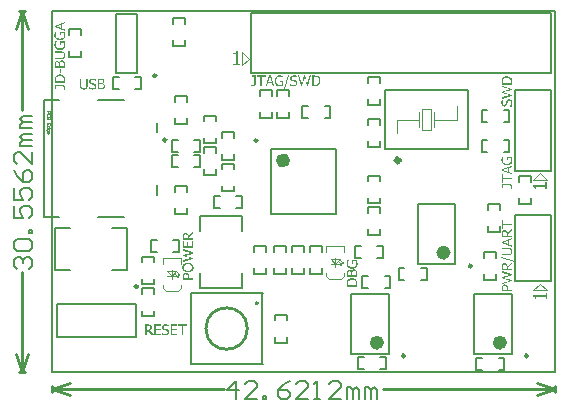
<source format=gto>
%FSLAX23Y23*%
%MOIN*%
G70*
G01*
G75*
%ADD10C,0.010*%
%ADD11C,0.012*%
%ADD12C,0.015*%
%ADD13C,0.025*%
%ADD14R,0.030X0.030*%
%ADD15R,0.100X0.070*%
%ADD16R,0.030X0.030*%
%ADD17R,0.050X0.030*%
%ADD18O,0.067X0.014*%
%ADD19R,0.070X0.100*%
%ADD20R,0.098X0.079*%
%ADD21R,0.091X0.020*%
%ADD22O,0.012X0.071*%
%ADD23O,0.071X0.012*%
%ADD24R,0.039X0.094*%
%ADD25R,0.130X0.094*%
%ADD26R,0.083X0.051*%
%ADD27O,0.087X0.024*%
%ADD28R,0.087X0.055*%
%ADD29C,0.008*%
%ADD30C,0.001*%
%ADD31R,0.188X0.076*%
%ADD32R,0.107X0.104*%
%ADD33C,0.004*%
%ADD34C,0.006*%
%ADD35C,0.001*%
%ADD36C,0.098*%
%ADD37C,0.024*%
%ADD38R,0.059X0.059*%
%ADD39C,0.059*%
%ADD40C,0.039*%
%ADD41R,0.039X0.039*%
%ADD42C,0.020*%
%ADD43C,0.020*%
%ADD44R,0.283X0.202*%
%ADD45C,0.024*%
%ADD46C,0.010*%
%ADD47C,0.003*%
%ADD48C,0.005*%
%ADD49C,0.002*%
%ADD50C,0.004*%
%ADD51C,0.008*%
G36*
X10455Y8280D02*
X10455Y8280D01*
X10456Y8280D01*
X10457Y8280D01*
X10458Y8279D01*
X10459Y8279D01*
X10459Y8278D01*
X10460Y8278D01*
X10461Y8277D01*
X10461Y8277D01*
Y8277D01*
X10461Y8277D01*
X10461Y8277D01*
X10462Y8276D01*
X10462Y8276D01*
X10462Y8276D01*
X10462Y8275D01*
X10462Y8275D01*
X10463Y8274D01*
X10463Y8273D01*
X10464Y8271D01*
X10464Y8270D01*
X10464Y8269D01*
Y8269D01*
Y8269D01*
Y8269D01*
X10464Y8269D01*
Y8268D01*
X10464Y8268D01*
X10463Y8267D01*
X10463Y8266D01*
Y8266D01*
X10463Y8266D01*
X10463Y8266D01*
X10463Y8265D01*
X10463Y8265D01*
X10463Y8264D01*
X10463Y8264D01*
X10463Y8263D01*
X10458D01*
Y8263D01*
Y8263D01*
X10458Y8263D01*
X10459Y8264D01*
X10459Y8264D01*
X10459Y8264D01*
X10459Y8265D01*
X10459Y8266D01*
Y8266D01*
X10459Y8266D01*
X10459Y8266D01*
X10459Y8267D01*
X10459Y8267D01*
X10459Y8268D01*
X10460Y8269D01*
Y8269D01*
Y8269D01*
Y8269D01*
X10459Y8270D01*
X10459Y8271D01*
X10459Y8271D01*
X10459Y8272D01*
X10459Y8272D01*
Y8272D01*
X10459Y8272D01*
X10459Y8273D01*
X10459Y8273D01*
X10458Y8274D01*
X10458Y8274D01*
X10458Y8274D01*
X10458Y8274D01*
X10457Y8274D01*
X10457Y8274D01*
X10457Y8274D01*
X10457Y8275D01*
X10456Y8275D01*
X10455Y8275D01*
X10455D01*
X10455Y8275D01*
X10455D01*
X10454Y8275D01*
X10454Y8275D01*
X10453D01*
X10453Y8275D01*
X10431D01*
Y8268D01*
X10428D01*
Y8280D01*
X10454D01*
X10455Y8280D01*
D02*
G37*
G36*
X10432Y8300D02*
X10463D01*
Y8295D01*
X10432D01*
Y8283D01*
X10428D01*
Y8312D01*
X10432D01*
Y8300D01*
D02*
G37*
G36*
X10463Y8336D02*
X10453Y8333D01*
Y8320D01*
X10463Y8316D01*
Y8312D01*
X10428Y8324D01*
Y8329D01*
X10463Y8341D01*
Y8336D01*
D02*
G37*
G36*
X9309Y7812D02*
X9310D01*
X9311Y7812D01*
X9312Y7812D01*
X9313Y7812D01*
X9314Y7812D01*
X9314D01*
X9314Y7812D01*
X9315Y7811D01*
X9316Y7811D01*
X9316Y7811D01*
X9317Y7811D01*
X9319Y7810D01*
Y7804D01*
X9319D01*
X9318Y7804D01*
X9318Y7805D01*
X9318Y7805D01*
X9317Y7805D01*
X9317Y7806D01*
X9316Y7806D01*
X9315Y7807D01*
X9314Y7807D01*
X9314D01*
X9314Y7807D01*
X9314Y7807D01*
X9313Y7807D01*
X9313Y7808D01*
X9312Y7808D01*
X9311Y7808D01*
X9310Y7808D01*
X9309Y7808D01*
X9308D01*
X9308Y7808D01*
X9307Y7808D01*
X9306Y7808D01*
X9305Y7808D01*
X9304Y7807D01*
X9303Y7807D01*
X9303Y7807D01*
X9303Y7806D01*
X9303Y7806D01*
X9302Y7806D01*
X9302Y7805D01*
X9302Y7804D01*
X9301Y7803D01*
X9301Y7803D01*
Y7802D01*
Y7802D01*
X9301Y7802D01*
X9302Y7801D01*
X9302Y7801D01*
X9302Y7800D01*
X9302Y7800D01*
X9303Y7799D01*
X9303Y7799D01*
X9303Y7799D01*
X9303Y7799D01*
X9303Y7798D01*
X9304Y7798D01*
X9304Y7798D01*
X9305Y7797D01*
X9306Y7797D01*
X9306D01*
X9306Y7797D01*
X9307Y7797D01*
X9307Y7797D01*
X9308Y7797D01*
X9308Y7796D01*
X9309Y7796D01*
X9310Y7796D01*
X9310D01*
X9310Y7796D01*
X9310Y7796D01*
X9311Y7796D01*
X9311Y7796D01*
X9312Y7795D01*
X9313Y7795D01*
X9313Y7795D01*
X9313D01*
X9313Y7795D01*
X9314Y7795D01*
X9314Y7795D01*
X9315Y7795D01*
X9315Y7794D01*
X9316Y7794D01*
X9317Y7793D01*
X9318Y7793D01*
X9319Y7792D01*
X9319Y7792D01*
X9319Y7791D01*
X9319Y7791D01*
X9320Y7790D01*
X9320Y7789D01*
X9320Y7788D01*
X9320Y7787D01*
X9320Y7786D01*
Y7786D01*
Y7786D01*
X9320Y7785D01*
X9320Y7785D01*
X9320Y7784D01*
X9320Y7784D01*
X9320Y7783D01*
X9319Y7782D01*
X9319Y7782D01*
X9319Y7782D01*
X9319Y7781D01*
X9319Y7781D01*
X9318Y7780D01*
X9318Y7780D01*
X9318Y7779D01*
X9317Y7779D01*
X9317Y7779D01*
X9317Y7778D01*
X9316Y7778D01*
X9316Y7778D01*
X9315Y7777D01*
X9315Y7777D01*
X9314Y7777D01*
X9313Y7776D01*
X9313Y7776D01*
X9313Y7776D01*
X9312Y7776D01*
X9312Y7776D01*
X9311Y7776D01*
X9310Y7776D01*
X9309Y7776D01*
X9308Y7775D01*
X9307D01*
X9306Y7776D01*
X9306Y7776D01*
X9304Y7776D01*
X9303Y7776D01*
X9302Y7776D01*
X9301Y7776D01*
X9301D01*
X9301Y7776D01*
X9301Y7776D01*
X9300Y7777D01*
X9300Y7777D01*
X9299Y7777D01*
X9298Y7777D01*
X9296Y7778D01*
Y7784D01*
X9296D01*
X9297Y7784D01*
X9297Y7784D01*
X9297Y7783D01*
X9298Y7783D01*
X9299Y7782D01*
X9300Y7782D01*
X9301Y7781D01*
X9302Y7781D01*
X9302D01*
X9302Y7781D01*
X9302Y7781D01*
X9302Y7781D01*
X9303Y7780D01*
X9304Y7780D01*
X9304Y7780D01*
X9305Y7780D01*
X9306Y7780D01*
X9307Y7780D01*
X9308D01*
X9308Y7780D01*
X9309Y7780D01*
X9310Y7780D01*
X9311Y7780D01*
X9312Y7780D01*
X9313Y7781D01*
X9313Y7781D01*
X9313Y7781D01*
X9314Y7781D01*
X9314Y7782D01*
X9314Y7782D01*
X9315Y7783D01*
X9315Y7784D01*
X9315Y7785D01*
X9315Y7785D01*
Y7786D01*
Y7786D01*
X9315Y7786D01*
X9315Y7787D01*
X9315Y7787D01*
X9315Y7788D01*
X9315Y7788D01*
X9314Y7789D01*
X9314Y7789D01*
X9314Y7789D01*
X9314Y7789D01*
X9314Y7790D01*
X9313Y7790D01*
X9312Y7790D01*
X9312Y7791D01*
X9311Y7791D01*
X9311D01*
X9311Y7791D01*
X9310Y7791D01*
X9310Y7791D01*
X9310Y7791D01*
X9309Y7791D01*
X9308Y7792D01*
X9308D01*
X9308Y7792D01*
X9307Y7792D01*
X9307Y7792D01*
X9307Y7792D01*
X9306Y7792D01*
X9305Y7792D01*
X9305Y7793D01*
X9304D01*
X9304Y7793D01*
X9304Y7793D01*
X9303Y7793D01*
X9303Y7793D01*
X9302Y7793D01*
X9301Y7794D01*
X9301Y7794D01*
X9301Y7794D01*
X9301Y7794D01*
X9300Y7794D01*
X9300Y7795D01*
X9299Y7796D01*
X9299Y7796D01*
X9299Y7796D01*
X9298Y7796D01*
X9298Y7796D01*
X9298Y7797D01*
X9298Y7797D01*
X9297Y7798D01*
Y7798D01*
X9297Y7799D01*
X9297Y7799D01*
X9297Y7799D01*
X9297Y7800D01*
X9297Y7801D01*
X9296Y7801D01*
Y7802D01*
Y7802D01*
Y7802D01*
Y7803D01*
X9296Y7803D01*
X9297Y7803D01*
X9297Y7804D01*
X9297Y7805D01*
X9297Y7806D01*
X9297Y7806D01*
X9298Y7807D01*
X9298Y7808D01*
X9299Y7808D01*
X9299Y7809D01*
X9300Y7809D01*
X9300Y7809D01*
X9300Y7809D01*
X9300Y7810D01*
X9300Y7810D01*
X9301Y7810D01*
X9301Y7810D01*
X9302Y7811D01*
X9302Y7811D01*
X9303Y7811D01*
X9303Y7811D01*
X9304Y7812D01*
X9305Y7812D01*
X9306Y7812D01*
X9307Y7812D01*
X9308Y7812D01*
X9309D01*
X9309Y7812D01*
D02*
G37*
G36*
X9293Y7807D02*
X9275D01*
Y7798D01*
X9292D01*
Y7794D01*
X9275D01*
Y7780D01*
X9293D01*
Y7776D01*
X9270D01*
Y7812D01*
X9293D01*
Y7807D01*
D02*
G37*
G36*
X9347D02*
X9330D01*
Y7798D01*
X9346D01*
Y7794D01*
X9330D01*
Y7780D01*
X9347D01*
Y7776D01*
X9325D01*
Y7812D01*
X9347D01*
Y7807D01*
D02*
G37*
G36*
X9378D02*
X9366D01*
Y7776D01*
X9361D01*
Y7807D01*
X9349D01*
Y7812D01*
X9378D01*
Y7807D01*
D02*
G37*
G36*
X10439Y7945D02*
X10440Y7944D01*
X10440Y7944D01*
X10441Y7944D01*
X10442Y7944D01*
X10443Y7944D01*
X10443Y7944D01*
X10443Y7944D01*
X10443Y7943D01*
X10444Y7943D01*
X10444Y7943D01*
X10445Y7942D01*
X10446Y7942D01*
X10446Y7941D01*
X10446Y7941D01*
X10447Y7941D01*
X10447Y7941D01*
X10447Y7940D01*
X10448Y7940D01*
X10448Y7939D01*
X10449Y7938D01*
X10449Y7937D01*
X10449Y7937D01*
X10449Y7937D01*
X10449Y7936D01*
X10449Y7935D01*
X10450Y7934D01*
X10450Y7933D01*
X10450Y7932D01*
X10450Y7931D01*
Y7927D01*
X10463D01*
Y7922D01*
X10428D01*
Y7931D01*
Y7931D01*
Y7931D01*
Y7931D01*
Y7932D01*
Y7932D01*
X10428Y7933D01*
X10428Y7934D01*
X10428Y7935D01*
X10428Y7936D01*
X10428Y7936D01*
Y7936D01*
X10428Y7937D01*
X10428Y7937D01*
X10429Y7938D01*
X10429Y7938D01*
X10429Y7939D01*
X10429Y7940D01*
X10430Y7940D01*
X10430Y7940D01*
X10430Y7941D01*
X10430Y7941D01*
X10431Y7941D01*
X10431Y7942D01*
X10432Y7942D01*
X10433Y7943D01*
X10433Y7943D01*
X10433Y7944D01*
X10434Y7944D01*
X10434Y7944D01*
X10435Y7944D01*
X10435Y7944D01*
X10436Y7944D01*
X10437Y7945D01*
X10438Y7945D01*
X10439D01*
X10439Y7945D01*
D02*
G37*
G36*
X10463Y7980D02*
Y7975D01*
X10434Y7967D01*
X10463Y7960D01*
Y7955D01*
X10428Y7946D01*
Y7951D01*
X10457Y7958D01*
X10428Y7965D01*
Y7970D01*
X10457Y7977D01*
X10428Y7984D01*
Y7989D01*
X10463Y7980D01*
D02*
G37*
G36*
Y8015D02*
X10449Y8003D01*
Y7998D01*
X10463D01*
Y7993D01*
X10428D01*
Y8002D01*
Y8002D01*
Y8002D01*
Y8003D01*
Y8003D01*
Y8003D01*
X10428Y8004D01*
Y8005D01*
X10428Y8006D01*
X10428Y8007D01*
X10428Y8007D01*
Y8008D01*
X10428Y8008D01*
X10428Y8008D01*
X10428Y8009D01*
X10428Y8009D01*
X10429Y8010D01*
X10429Y8011D01*
X10429Y8011D01*
X10430Y8011D01*
X10430Y8012D01*
X10430Y8012D01*
X10430Y8012D01*
X10431Y8013D01*
X10431Y8013D01*
X10432Y8014D01*
X10433Y8014D01*
X10433Y8014D01*
X10433Y8014D01*
X10433Y8015D01*
X10434Y8015D01*
X10435Y8015D01*
X10435Y8015D01*
X10436Y8015D01*
X10437Y8015D01*
X10438D01*
X10438Y8015D01*
X10438D01*
X10439Y8015D01*
X10440Y8015D01*
X10441Y8015D01*
X10442Y8015D01*
X10443Y8014D01*
X10444Y8013D01*
X10444Y8013D01*
X10444Y8013D01*
X10445Y8013D01*
X10445Y8012D01*
X10446Y8011D01*
X10447Y8010D01*
X10447Y8009D01*
X10448Y8008D01*
X10463Y8021D01*
Y8015D01*
D02*
G37*
G36*
X10446Y8639D02*
X10447D01*
X10447Y8639D01*
X10448Y8639D01*
X10448Y8639D01*
X10450Y8639D01*
X10451Y8638D01*
X10453Y8638D01*
X10454Y8637D01*
X10454D01*
X10454Y8637D01*
X10455Y8637D01*
X10455Y8637D01*
X10455Y8637D01*
X10456Y8636D01*
X10456Y8636D01*
X10457Y8635D01*
X10458Y8634D01*
X10459Y8633D01*
X10460Y8632D01*
Y8632D01*
X10460Y8632D01*
X10461Y8632D01*
X10461Y8631D01*
X10461Y8630D01*
X10462Y8629D01*
X10462Y8629D01*
X10462Y8628D01*
X10463Y8626D01*
Y8626D01*
Y8626D01*
X10463Y8626D01*
X10463Y8626D01*
Y8626D01*
X10463Y8625D01*
X10463Y8625D01*
X10463Y8624D01*
X10463Y8622D01*
X10463Y8621D01*
Y8619D01*
Y8611D01*
X10428D01*
Y8619D01*
Y8619D01*
Y8620D01*
Y8620D01*
Y8620D01*
Y8621D01*
X10428Y8621D01*
X10428Y8622D01*
X10428Y8623D01*
X10428Y8625D01*
X10428Y8626D01*
X10428Y8627D01*
Y8627D01*
X10428Y8627D01*
X10428Y8628D01*
X10429Y8628D01*
X10429Y8629D01*
X10429Y8630D01*
X10430Y8630D01*
X10430Y8631D01*
X10430Y8632D01*
Y8632D01*
X10431Y8632D01*
X10431Y8632D01*
X10431Y8633D01*
X10431Y8633D01*
X10432Y8634D01*
X10433Y8635D01*
X10434Y8636D01*
X10435Y8637D01*
X10436Y8637D01*
X10437D01*
X10437Y8637D01*
X10437Y8638D01*
X10437Y8638D01*
X10437Y8638D01*
X10438Y8638D01*
X10438Y8638D01*
X10439Y8638D01*
X10440Y8638D01*
X10440Y8639D01*
X10442Y8639D01*
X10444Y8639D01*
X10445Y8639D01*
X10446D01*
X10446Y8639D01*
D02*
G37*
G36*
X10461Y8371D02*
X10461Y8371D01*
X10461Y8371D01*
X10461Y8371D01*
X10461Y8370D01*
X10461Y8370D01*
X10462Y8369D01*
X10462Y8369D01*
Y8369D01*
X10462Y8369D01*
X10462Y8368D01*
X10462Y8368D01*
X10462Y8368D01*
X10463Y8367D01*
X10463Y8366D01*
Y8366D01*
X10463Y8366D01*
X10463Y8365D01*
X10463Y8365D01*
X10463Y8365D01*
X10463Y8364D01*
X10464Y8363D01*
Y8363D01*
X10464Y8363D01*
X10464Y8362D01*
Y8362D01*
X10464Y8361D01*
X10464Y8361D01*
X10464Y8360D01*
Y8360D01*
Y8359D01*
Y8359D01*
Y8359D01*
Y8359D01*
X10464Y8359D01*
Y8358D01*
X10464Y8357D01*
X10464Y8356D01*
X10463Y8355D01*
X10463Y8354D01*
X10463Y8353D01*
Y8353D01*
X10463Y8353D01*
X10463Y8352D01*
X10463Y8352D01*
X10462Y8352D01*
X10462Y8351D01*
X10461Y8350D01*
X10461Y8349D01*
X10460Y8348D01*
X10459Y8347D01*
X10459Y8347D01*
X10459Y8347D01*
X10458Y8346D01*
X10458Y8346D01*
X10457Y8345D01*
X10456Y8345D01*
X10455Y8344D01*
X10453Y8344D01*
X10453D01*
X10453Y8344D01*
X10453Y8344D01*
X10453Y8344D01*
X10452Y8344D01*
X10452Y8343D01*
X10452Y8343D01*
X10451Y8343D01*
X10450Y8343D01*
X10449Y8343D01*
X10447Y8343D01*
X10445Y8343D01*
X10445D01*
X10444Y8343D01*
X10444D01*
X10443Y8343D01*
X10442Y8343D01*
X10440Y8343D01*
X10439Y8343D01*
X10438Y8344D01*
X10438D01*
X10438Y8344D01*
X10437Y8344D01*
X10437Y8344D01*
X10436Y8344D01*
X10436Y8345D01*
X10435Y8345D01*
X10434Y8346D01*
X10433Y8346D01*
X10432Y8347D01*
X10432Y8347D01*
X10431Y8348D01*
X10431Y8348D01*
X10431Y8349D01*
X10430Y8350D01*
X10429Y8350D01*
X10429Y8351D01*
X10428Y8353D01*
Y8353D01*
X10428Y8353D01*
X10428Y8353D01*
X10428Y8353D01*
X10428Y8353D01*
X10428Y8354D01*
X10428Y8355D01*
X10427Y8356D01*
X10427Y8357D01*
X10427Y8358D01*
X10427Y8360D01*
Y8360D01*
Y8360D01*
Y8360D01*
X10427Y8361D01*
Y8361D01*
X10427Y8362D01*
X10427Y8363D01*
Y8363D01*
X10427Y8363D01*
X10427Y8364D01*
X10427Y8364D01*
X10428Y8364D01*
X10428Y8365D01*
X10428Y8366D01*
Y8366D01*
X10428Y8366D01*
X10428Y8367D01*
X10428Y8367D01*
X10428Y8367D01*
X10429Y8368D01*
X10429Y8369D01*
Y8369D01*
X10429Y8369D01*
X10429Y8369D01*
X10429Y8370D01*
X10430Y8370D01*
X10430Y8371D01*
X10436D01*
Y8371D01*
X10436Y8371D01*
X10436Y8371D01*
X10435Y8370D01*
X10435Y8370D01*
X10435Y8370D01*
X10434Y8369D01*
X10434Y8369D01*
X10434Y8369D01*
X10434Y8369D01*
X10434Y8368D01*
X10434Y8368D01*
X10433Y8367D01*
X10433Y8367D01*
X10433Y8366D01*
X10433Y8366D01*
X10433Y8366D01*
X10432Y8366D01*
X10432Y8365D01*
X10432Y8365D01*
X10432Y8364D01*
X10432Y8364D01*
X10432Y8363D01*
Y8363D01*
X10432Y8363D01*
X10431Y8362D01*
X10431Y8362D01*
X10431Y8361D01*
X10431Y8361D01*
X10431Y8360D01*
Y8359D01*
Y8359D01*
Y8359D01*
Y8359D01*
X10431Y8358D01*
X10431Y8358D01*
X10431Y8357D01*
X10431Y8357D01*
X10432Y8356D01*
X10432Y8355D01*
X10432Y8355D01*
X10432Y8354D01*
X10433Y8353D01*
X10433Y8353D01*
X10434Y8352D01*
X10434Y8351D01*
X10435Y8351D01*
X10435Y8351D01*
X10435Y8351D01*
X10435Y8350D01*
X10436Y8350D01*
X10436Y8350D01*
X10437Y8350D01*
X10437Y8349D01*
X10438Y8349D01*
X10438Y8349D01*
X10439Y8349D01*
X10440Y8348D01*
X10441Y8348D01*
X10442Y8348D01*
X10443Y8348D01*
X10444Y8348D01*
X10445Y8348D01*
X10446D01*
X10447Y8348D01*
X10447Y8348D01*
X10448Y8348D01*
X10449Y8348D01*
X10450Y8348D01*
X10452Y8348D01*
X10452D01*
X10452Y8348D01*
X10452Y8349D01*
X10452Y8349D01*
X10453Y8349D01*
X10454Y8349D01*
X10455Y8350D01*
X10455Y8350D01*
X10456Y8351D01*
X10456Y8351D01*
X10456Y8351D01*
X10457Y8351D01*
X10457Y8352D01*
X10458Y8352D01*
X10458Y8353D01*
X10458Y8354D01*
X10459Y8354D01*
X10459Y8355D01*
X10459Y8355D01*
X10459Y8355D01*
X10459Y8356D01*
X10459Y8357D01*
X10460Y8357D01*
X10460Y8358D01*
X10460Y8359D01*
Y8359D01*
Y8360D01*
Y8360D01*
X10460Y8361D01*
Y8361D01*
X10460Y8362D01*
X10459Y8363D01*
Y8363D01*
X10459Y8364D01*
X10459Y8364D01*
X10459Y8364D01*
X10459Y8365D01*
X10459Y8366D01*
X10459Y8367D01*
X10449D01*
Y8359D01*
X10445D01*
Y8371D01*
X10461D01*
Y8371D01*
D02*
G37*
G36*
X10454Y8562D02*
X10454Y8562D01*
X10455Y8562D01*
X10456Y8562D01*
X10456Y8562D01*
X10457Y8561D01*
X10457Y8561D01*
X10457Y8561D01*
X10458Y8561D01*
X10458Y8561D01*
X10459Y8560D01*
X10459Y8560D01*
X10460Y8560D01*
X10461Y8559D01*
X10461Y8559D01*
X10461Y8559D01*
X10461Y8558D01*
X10461Y8558D01*
X10462Y8557D01*
X10462Y8557D01*
X10463Y8556D01*
X10463Y8555D01*
X10463Y8555D01*
X10463Y8555D01*
X10463Y8554D01*
X10463Y8554D01*
X10464Y8553D01*
X10464Y8552D01*
X10464Y8551D01*
X10464Y8550D01*
Y8550D01*
Y8550D01*
Y8549D01*
Y8549D01*
Y8549D01*
X10464Y8548D01*
X10464Y8547D01*
X10464Y8546D01*
X10463Y8545D01*
X10463Y8544D01*
X10463Y8543D01*
Y8543D01*
X10463Y8543D01*
X10463Y8543D01*
X10463Y8542D01*
X10462Y8542D01*
X10462Y8541D01*
X10462Y8540D01*
X10461Y8538D01*
X10455D01*
Y8538D01*
X10455Y8538D01*
X10455Y8539D01*
X10456Y8539D01*
X10456Y8540D01*
X10457Y8541D01*
X10457Y8542D01*
X10458Y8543D01*
X10458Y8544D01*
Y8544D01*
X10459Y8544D01*
X10459Y8544D01*
X10459Y8544D01*
X10459Y8545D01*
X10459Y8546D01*
X10459Y8546D01*
X10459Y8547D01*
X10460Y8548D01*
X10460Y8549D01*
Y8549D01*
Y8550D01*
Y8550D01*
Y8550D01*
X10460Y8550D01*
X10460Y8551D01*
X10459Y8552D01*
X10459Y8553D01*
X10459Y8554D01*
X10459Y8555D01*
X10458Y8555D01*
X10458Y8555D01*
X10458Y8556D01*
X10457Y8556D01*
X10457Y8556D01*
X10456Y8557D01*
X10456Y8557D01*
X10455Y8557D01*
X10454Y8557D01*
X10453D01*
X10453Y8557D01*
X10453Y8557D01*
X10452Y8557D01*
X10451Y8557D01*
X10451Y8557D01*
X10450Y8556D01*
X10450Y8556D01*
X10450Y8556D01*
X10450Y8556D01*
X10450Y8556D01*
X10449Y8555D01*
X10449Y8554D01*
X10449Y8554D01*
X10448Y8553D01*
Y8553D01*
X10448Y8553D01*
X10448Y8552D01*
X10448Y8552D01*
X10448Y8552D01*
X10448Y8551D01*
X10448Y8550D01*
Y8550D01*
X10448Y8550D01*
X10447Y8549D01*
X10447Y8549D01*
X10447Y8549D01*
X10447Y8548D01*
X10447Y8547D01*
X10447Y8547D01*
Y8546D01*
X10447Y8546D01*
X10447Y8546D01*
X10446Y8545D01*
X10446Y8545D01*
X10446Y8544D01*
X10446Y8543D01*
X10445Y8543D01*
X10445Y8543D01*
X10445Y8543D01*
X10445Y8542D01*
X10444Y8542D01*
X10444Y8541D01*
X10444Y8541D01*
X10443Y8541D01*
X10443Y8540D01*
X10443Y8540D01*
X10442Y8540D01*
X10442Y8539D01*
X10441Y8539D01*
X10441D01*
X10441Y8539D01*
X10440Y8539D01*
X10440Y8539D01*
X10439Y8539D01*
X10439Y8538D01*
X10438Y8538D01*
X10437D01*
X10436Y8538D01*
X10436Y8538D01*
X10436Y8539D01*
X10435Y8539D01*
X10433Y8539D01*
X10433Y8539D01*
X10432Y8540D01*
X10432Y8540D01*
X10431Y8541D01*
X10430Y8541D01*
X10430Y8542D01*
X10430Y8542D01*
X10430Y8542D01*
X10430Y8542D01*
X10429Y8542D01*
X10429Y8543D01*
X10429Y8543D01*
X10429Y8543D01*
X10428Y8544D01*
X10428Y8545D01*
X10428Y8545D01*
X10428Y8546D01*
X10427Y8547D01*
X10427Y8548D01*
X10427Y8549D01*
X10427Y8550D01*
Y8550D01*
Y8550D01*
Y8551D01*
Y8551D01*
X10427Y8551D01*
Y8552D01*
X10427Y8553D01*
X10427Y8554D01*
X10427Y8555D01*
X10428Y8556D01*
Y8556D01*
Y8556D01*
X10428Y8556D01*
X10428Y8557D01*
X10428Y8558D01*
X10428Y8558D01*
X10429Y8559D01*
X10429Y8561D01*
X10435D01*
Y8561D01*
X10435Y8560D01*
X10435Y8560D01*
X10434Y8560D01*
X10434Y8559D01*
X10434Y8559D01*
X10433Y8558D01*
X10433Y8557D01*
X10432Y8556D01*
Y8556D01*
X10432Y8556D01*
X10432Y8556D01*
X10432Y8555D01*
X10432Y8555D01*
X10431Y8554D01*
X10431Y8553D01*
X10431Y8552D01*
X10431Y8551D01*
Y8551D01*
Y8550D01*
Y8550D01*
Y8550D01*
X10431Y8550D01*
X10431Y8549D01*
X10431Y8548D01*
X10432Y8547D01*
X10432Y8546D01*
X10433Y8545D01*
X10433Y8545D01*
X10433Y8545D01*
X10433Y8545D01*
X10434Y8544D01*
X10434Y8544D01*
X10435Y8544D01*
X10436Y8543D01*
X10437Y8543D01*
X10437D01*
X10437Y8543D01*
X10438Y8543D01*
X10439Y8544D01*
X10439Y8544D01*
X10440Y8544D01*
X10440Y8544D01*
X10440Y8545D01*
X10441Y8545D01*
X10441Y8545D01*
X10441Y8545D01*
X10441Y8546D01*
X10442Y8546D01*
X10442Y8547D01*
X10442Y8548D01*
Y8548D01*
X10442Y8548D01*
X10442Y8549D01*
X10442Y8549D01*
X10443Y8550D01*
X10443Y8550D01*
X10443Y8551D01*
X10443Y8552D01*
Y8552D01*
X10443Y8552D01*
X10443Y8552D01*
X10443Y8553D01*
X10444Y8553D01*
X10444Y8554D01*
X10444Y8555D01*
X10444Y8555D01*
Y8555D01*
X10444Y8555D01*
X10444Y8556D01*
X10444Y8556D01*
X10444Y8556D01*
X10445Y8557D01*
X10445Y8558D01*
X10446Y8559D01*
X10447Y8560D01*
X10447Y8561D01*
X10448Y8561D01*
X10448Y8561D01*
X10448Y8561D01*
X10449Y8561D01*
X10450Y8562D01*
X10451Y8562D01*
X10452Y8562D01*
X10453Y8562D01*
X10453D01*
X10454Y8562D01*
D02*
G37*
G36*
X10463Y8598D02*
Y8593D01*
X10434Y8586D01*
X10463Y8578D01*
Y8573D01*
X10428Y8564D01*
Y8569D01*
X10457Y8576D01*
X10428Y8583D01*
Y8588D01*
X10457Y8595D01*
X10428Y8602D01*
Y8607D01*
X10463Y8598D01*
D02*
G37*
G36*
X9251Y7812D02*
X9252D01*
X9253Y7812D01*
X9254Y7811D01*
X9254Y7811D01*
X9255D01*
X9255Y7811D01*
X9255Y7811D01*
X9256Y7811D01*
X9256Y7811D01*
X9257Y7811D01*
X9258Y7810D01*
X9258Y7810D01*
X9258Y7810D01*
X9259Y7810D01*
X9259Y7809D01*
X9259Y7809D01*
X9260Y7808D01*
X9260Y7808D01*
X9261Y7807D01*
X9261Y7807D01*
X9261Y7807D01*
X9261Y7806D01*
X9262Y7806D01*
X9262Y7805D01*
X9262Y7805D01*
X9262Y7804D01*
X9262Y7803D01*
X9262Y7802D01*
Y7802D01*
Y7802D01*
Y7802D01*
X9262Y7801D01*
Y7801D01*
X9262Y7801D01*
X9262Y7800D01*
X9262Y7799D01*
X9262Y7798D01*
X9261Y7796D01*
X9260Y7795D01*
X9260Y7795D01*
X9260Y7795D01*
X9260Y7795D01*
X9259Y7794D01*
X9258Y7793D01*
X9257Y7793D01*
X9256Y7792D01*
X9255Y7792D01*
X9268Y7776D01*
X9262D01*
X9250Y7790D01*
X9245D01*
Y7776D01*
X9240D01*
Y7812D01*
X9250D01*
X9251Y7812D01*
D02*
G37*
G36*
X9937Y7995D02*
X9938Y7995D01*
X9939Y7995D01*
X9939Y7995D01*
X9940Y7995D01*
X9941Y7994D01*
X9941Y7994D01*
X9941Y7994D01*
X9942Y7994D01*
X9942Y7994D01*
X9943Y7993D01*
X9943Y7993D01*
X9944Y7992D01*
X9944Y7992D01*
X9944Y7992D01*
X9945Y7991D01*
X9945Y7991D01*
X9945Y7990D01*
X9946Y7990D01*
X9946Y7989D01*
X9946Y7988D01*
X9947Y7987D01*
Y7987D01*
X9947Y7987D01*
X9947Y7986D01*
X9947Y7986D01*
X9947Y7985D01*
X9947Y7984D01*
X9947Y7983D01*
X9947Y7981D01*
Y7971D01*
X9912D01*
Y7981D01*
Y7981D01*
Y7981D01*
Y7981D01*
Y7981D01*
Y7982D01*
X9912Y7983D01*
Y7984D01*
X9912Y7985D01*
X9912Y7986D01*
X9912Y7986D01*
Y7986D01*
X9912Y7987D01*
X9912Y7987D01*
X9912Y7987D01*
X9912Y7988D01*
X9912Y7989D01*
X9913Y7989D01*
X9913Y7990D01*
X9913Y7990D01*
X9913Y7990D01*
X9913Y7991D01*
X9914Y7991D01*
X9914Y7991D01*
X9915Y7992D01*
X9915Y7992D01*
X9916Y7993D01*
X9916Y7993D01*
X9916Y7993D01*
X9916Y7993D01*
X9917Y7993D01*
X9917Y7993D01*
X9918Y7994D01*
X9919Y7994D01*
X9920Y7994D01*
X9920D01*
X9921Y7994D01*
X9921Y7994D01*
X9922Y7993D01*
X9923Y7993D01*
X9923Y7993D01*
X9924Y7992D01*
X9924Y7992D01*
X9924Y7992D01*
X9925Y7992D01*
X9925Y7991D01*
X9926Y7991D01*
X9926Y7990D01*
X9927Y7990D01*
X9927Y7989D01*
X9927D01*
Y7989D01*
X9927Y7989D01*
X9928Y7989D01*
X9928Y7989D01*
X9928Y7990D01*
X9928Y7990D01*
X9929Y7991D01*
X9929Y7992D01*
X9930Y7993D01*
X9931Y7994D01*
X9931Y7994D01*
X9931Y7994D01*
X9931Y7994D01*
X9932Y7994D01*
X9933Y7995D01*
X9934Y7995D01*
X9935Y7995D01*
X9936Y7995D01*
X9937D01*
X9937Y7995D01*
D02*
G37*
G36*
X9945Y8027D02*
X9945Y8027D01*
X9945Y8026D01*
X9945Y8026D01*
X9945Y8026D01*
X9945Y8025D01*
X9946Y8025D01*
X9946Y8024D01*
Y8024D01*
X9946Y8024D01*
X9946Y8024D01*
X9946Y8023D01*
X9946Y8023D01*
X9947Y8023D01*
X9947Y8021D01*
Y8021D01*
X9947Y8021D01*
X9947Y8021D01*
X9947Y8020D01*
X9947Y8020D01*
X9947Y8019D01*
X9948Y8018D01*
Y8018D01*
X9948Y8018D01*
X9948Y8018D01*
Y8017D01*
X9948Y8017D01*
X9948Y8016D01*
X9948Y8016D01*
Y8015D01*
Y8015D01*
Y8015D01*
Y8015D01*
Y8014D01*
X9948Y8014D01*
Y8014D01*
X9948Y8013D01*
X9948Y8012D01*
X9947Y8010D01*
X9947Y8009D01*
X9947Y8008D01*
Y8008D01*
X9947Y8008D01*
X9947Y8008D01*
X9947Y8007D01*
X9946Y8007D01*
X9946Y8006D01*
X9945Y8005D01*
X9945Y8004D01*
X9944Y8004D01*
X9943Y8003D01*
X9943Y8003D01*
X9943Y8002D01*
X9942Y8002D01*
X9942Y8001D01*
X9941Y8001D01*
X9940Y8000D01*
X9939Y8000D01*
X9937Y7999D01*
X9937D01*
X9937Y7999D01*
X9937Y7999D01*
X9937Y7999D01*
X9936Y7999D01*
X9936Y7999D01*
X9936Y7999D01*
X9935Y7999D01*
X9934Y7998D01*
X9933Y7998D01*
X9931Y7998D01*
X9929Y7998D01*
X9929D01*
X9928Y7998D01*
X9928D01*
X9927Y7998D01*
X9926Y7998D01*
X9924Y7999D01*
X9923Y7999D01*
X9922Y7999D01*
X9922D01*
X9922Y7999D01*
X9921Y7999D01*
X9921Y7999D01*
X9920Y8000D01*
X9920Y8000D01*
X9919Y8001D01*
X9918Y8001D01*
X9917Y8002D01*
X9916Y8003D01*
X9916Y8003D01*
X9915Y8003D01*
X9915Y8004D01*
X9915Y8004D01*
X9914Y8005D01*
X9913Y8006D01*
X9913Y8007D01*
X9912Y8008D01*
Y8008D01*
X9912Y8008D01*
X9912Y8008D01*
X9912Y8009D01*
X9912Y8009D01*
X9912Y8009D01*
X9912Y8010D01*
X9911Y8011D01*
X9911Y8012D01*
X9911Y8014D01*
X9911Y8015D01*
Y8015D01*
Y8015D01*
Y8016D01*
X9911Y8016D01*
Y8017D01*
X9911Y8017D01*
X9911Y8018D01*
Y8018D01*
X9911Y8019D01*
X9911Y8019D01*
X9911Y8019D01*
X9912Y8020D01*
X9912Y8020D01*
X9912Y8022D01*
Y8022D01*
X9912Y8022D01*
X9912Y8022D01*
X9912Y8022D01*
X9912Y8023D01*
X9913Y8023D01*
X9913Y8024D01*
Y8024D01*
X9913Y8024D01*
X9913Y8025D01*
X9913Y8025D01*
X9914Y8026D01*
X9914Y8027D01*
X9920D01*
Y8026D01*
X9920Y8026D01*
X9920Y8026D01*
X9919Y8026D01*
X9919Y8026D01*
X9919Y8025D01*
X9918Y8024D01*
X9918Y8024D01*
X9918Y8024D01*
X9918Y8024D01*
X9918Y8024D01*
X9918Y8023D01*
X9917Y8023D01*
X9917Y8022D01*
X9917Y8022D01*
X9917Y8022D01*
X9917Y8021D01*
X9916Y8021D01*
X9916Y8021D01*
X9916Y8020D01*
X9916Y8020D01*
X9916Y8019D01*
X9916Y8018D01*
Y8018D01*
X9916Y8018D01*
X9915Y8018D01*
X9915Y8017D01*
X9915Y8017D01*
X9915Y8016D01*
X9915Y8015D01*
Y8014D01*
Y8014D01*
Y8014D01*
Y8014D01*
X9915Y8014D01*
X9915Y8013D01*
X9915Y8013D01*
X9915Y8012D01*
X9916Y8011D01*
X9916Y8011D01*
X9916Y8010D01*
X9916Y8009D01*
X9917Y8009D01*
X9917Y8008D01*
X9918Y8007D01*
X9918Y8007D01*
X9919Y8006D01*
X9919Y8006D01*
X9919Y8006D01*
X9919Y8006D01*
X9920Y8006D01*
X9920Y8005D01*
X9921Y8005D01*
X9921Y8005D01*
X9922Y8005D01*
X9922Y8004D01*
X9923Y8004D01*
X9924Y8004D01*
X9925Y8004D01*
X9926Y8003D01*
X9927Y8003D01*
X9928Y8003D01*
X9929Y8003D01*
X9930D01*
X9931Y8003D01*
X9931Y8003D01*
X9932Y8003D01*
X9933Y8003D01*
X9934Y8004D01*
X9936Y8004D01*
X9936D01*
X9936Y8004D01*
X9936Y8004D01*
X9936Y8004D01*
X9937Y8004D01*
X9938Y8005D01*
X9939Y8005D01*
X9939Y8006D01*
X9940Y8006D01*
X9940Y8006D01*
X9940Y8006D01*
X9941Y8007D01*
X9941Y8007D01*
X9942Y8008D01*
X9942Y8008D01*
X9942Y8009D01*
X9943Y8010D01*
X9943Y8010D01*
X9943Y8010D01*
X9943Y8011D01*
X9943Y8011D01*
X9943Y8012D01*
X9944Y8013D01*
X9944Y8014D01*
X9944Y8015D01*
Y8015D01*
Y8015D01*
Y8015D01*
X9944Y8016D01*
Y8017D01*
X9944Y8017D01*
X9943Y8019D01*
Y8019D01*
X9943Y8019D01*
X9943Y8019D01*
X9943Y8020D01*
X9943Y8020D01*
X9943Y8021D01*
X9943Y8022D01*
X9933D01*
Y8014D01*
X9929D01*
Y8027D01*
X9945D01*
Y8027D01*
D02*
G37*
G36*
X9376Y7984D02*
X9377Y7983D01*
X9377Y7983D01*
X9378Y7983D01*
X9379Y7983D01*
X9380Y7983D01*
X9380Y7983D01*
X9380Y7983D01*
X9380Y7982D01*
X9381Y7982D01*
X9381Y7982D01*
X9382Y7981D01*
X9383Y7981D01*
X9383Y7980D01*
X9383Y7980D01*
X9384Y7980D01*
X9384Y7980D01*
X9384Y7979D01*
X9385Y7979D01*
X9385Y7978D01*
X9386Y7977D01*
X9386Y7976D01*
X9386Y7976D01*
X9386Y7976D01*
X9386Y7975D01*
X9386Y7974D01*
X9387Y7973D01*
X9387Y7972D01*
X9387Y7971D01*
X9387Y7970D01*
Y7966D01*
X9400D01*
Y7961D01*
X9365D01*
Y7970D01*
Y7970D01*
Y7970D01*
Y7970D01*
Y7971D01*
Y7971D01*
X9365Y7972D01*
X9365Y7973D01*
X9365Y7974D01*
X9365Y7975D01*
X9365Y7975D01*
Y7975D01*
X9365Y7976D01*
X9365Y7976D01*
X9366Y7977D01*
X9366Y7977D01*
X9366Y7978D01*
X9366Y7979D01*
X9367Y7979D01*
X9367Y7979D01*
X9367Y7980D01*
X9367Y7980D01*
X9368Y7980D01*
X9368Y7981D01*
X9369Y7981D01*
X9370Y7982D01*
X9370Y7982D01*
X9370Y7983D01*
X9371Y7983D01*
X9371Y7983D01*
X9372Y7983D01*
X9372Y7983D01*
X9373Y7983D01*
X9374Y7984D01*
X9375Y7984D01*
X9376D01*
X9376Y7984D01*
D02*
G37*
G36*
X9930Y7966D02*
X9931D01*
X9931Y7966D01*
X9932Y7966D01*
X9932Y7966D01*
X9934Y7966D01*
X9935Y7965D01*
X9937Y7965D01*
X9938Y7964D01*
X9938D01*
X9938Y7964D01*
X9939Y7964D01*
X9939Y7964D01*
X9939Y7964D01*
X9940Y7963D01*
X9940Y7963D01*
X9941Y7962D01*
X9942Y7961D01*
X9943Y7960D01*
X9944Y7959D01*
Y7959D01*
X9944Y7959D01*
X9945Y7958D01*
X9945Y7958D01*
X9945Y7957D01*
X9946Y7956D01*
X9946Y7955D01*
X9946Y7954D01*
X9947Y7953D01*
Y7953D01*
Y7953D01*
X9947Y7953D01*
X9947Y7953D01*
Y7953D01*
X9947Y7952D01*
X9947Y7951D01*
X9947Y7950D01*
X9947Y7949D01*
X9947Y7948D01*
Y7946D01*
Y7938D01*
X9912D01*
Y7946D01*
Y7946D01*
Y7946D01*
Y7947D01*
Y7947D01*
Y7947D01*
X9912Y7948D01*
X9912Y7949D01*
X9912Y7950D01*
X9912Y7952D01*
X9912Y7953D01*
X9912Y7954D01*
Y7954D01*
X9912Y7954D01*
X9912Y7955D01*
X9913Y7955D01*
X9913Y7956D01*
X9913Y7956D01*
X9914Y7957D01*
X9914Y7958D01*
X9914Y7959D01*
Y7959D01*
X9915Y7959D01*
X9915Y7959D01*
X9915Y7959D01*
X9915Y7960D01*
X9916Y7961D01*
X9917Y7962D01*
X9918Y7963D01*
X9919Y7963D01*
X9920Y7964D01*
X9921D01*
X9921Y7964D01*
X9921Y7964D01*
X9921Y7964D01*
X9921Y7965D01*
X9922Y7965D01*
X9922Y7965D01*
X9923Y7965D01*
X9924Y7965D01*
X9924Y7965D01*
X9926Y7966D01*
X9928Y7966D01*
X9929Y7966D01*
X9930D01*
X9930Y7966D01*
D02*
G37*
G36*
X10579Y8262D02*
X10574D01*
Y8271D01*
X10543D01*
Y8262D01*
X10538D01*
Y8262D01*
Y8262D01*
Y8263D01*
Y8263D01*
X10538Y8264D01*
X10538Y8265D01*
X10538Y8266D01*
X10538Y8267D01*
X10537Y8268D01*
X10537Y8269D01*
X10537Y8269D01*
X10537Y8270D01*
X10536Y8270D01*
X10536Y8270D01*
X10535Y8271D01*
X10534Y8271D01*
X10533Y8272D01*
X10532Y8272D01*
Y8277D01*
X10574D01*
Y8285D01*
X10579D01*
Y8262D01*
D02*
G37*
G36*
X10580Y7895D02*
X10575D01*
Y7904D01*
X10544D01*
Y7895D01*
X10539D01*
Y7895D01*
Y7895D01*
Y7896D01*
Y7896D01*
X10539Y7897D01*
X10539Y7898D01*
X10539Y7899D01*
X10539Y7900D01*
X10538Y7901D01*
X10538Y7902D01*
X10538Y7902D01*
X10538Y7903D01*
X10537Y7903D01*
X10537Y7903D01*
X10536Y7904D01*
X10535Y7904D01*
X10534Y7905D01*
X10533Y7905D01*
Y7910D01*
X10575D01*
Y7918D01*
X10580D01*
Y7895D01*
D02*
G37*
G36*
X9549Y8680D02*
X9557D01*
Y8675D01*
X9534D01*
Y8680D01*
X9543D01*
Y8712D01*
X9534D01*
Y8716D01*
X9535D01*
X9536Y8716D01*
X9537Y8716D01*
X9538Y8716D01*
X9539Y8717D01*
X9540Y8717D01*
X9541Y8717D01*
X9541Y8717D01*
X9542Y8718D01*
X9542Y8718D01*
X9542Y8719D01*
X9543Y8719D01*
X9543Y8720D01*
X9544Y8721D01*
X9544Y8723D01*
X9549D01*
Y8680D01*
D02*
G37*
G36*
X9093Y8631D02*
X9094D01*
X9095Y8631D01*
X9096Y8630D01*
X9097Y8630D01*
X9097D01*
X9097Y8630D01*
X9098Y8630D01*
X9098Y8630D01*
X9099Y8630D01*
X9099Y8630D01*
X9100Y8630D01*
X9101Y8629D01*
X9101Y8629D01*
X9101Y8629D01*
X9101Y8629D01*
X9102Y8628D01*
X9102Y8628D01*
X9103Y8628D01*
X9103Y8627D01*
X9103Y8627D01*
X9103Y8626D01*
X9104Y8626D01*
X9104Y8626D01*
X9104Y8625D01*
X9104Y8625D01*
X9104Y8624D01*
X9104Y8623D01*
X9104Y8623D01*
Y8623D01*
Y8622D01*
X9104Y8622D01*
X9104Y8621D01*
X9104Y8620D01*
X9104Y8620D01*
X9103Y8619D01*
X9103Y8618D01*
X9103Y8618D01*
X9103Y8618D01*
X9102Y8617D01*
X9102Y8617D01*
X9102Y8617D01*
X9101Y8616D01*
X9100Y8615D01*
X9099Y8615D01*
Y8615D01*
X9099D01*
X9099Y8615D01*
X9100Y8615D01*
X9100Y8615D01*
X9100Y8614D01*
X9101Y8614D01*
X9102Y8614D01*
X9103Y8613D01*
X9103Y8612D01*
X9104Y8612D01*
X9104Y8612D01*
X9104Y8611D01*
X9105Y8611D01*
X9105Y8610D01*
X9105Y8609D01*
X9106Y8608D01*
X9106Y8607D01*
X9106Y8606D01*
Y8606D01*
Y8606D01*
Y8606D01*
X9106Y8605D01*
X9106Y8604D01*
X9106Y8604D01*
X9106Y8603D01*
X9105Y8602D01*
X9105Y8601D01*
X9105Y8601D01*
X9105Y8601D01*
X9105Y8601D01*
X9104Y8600D01*
X9104Y8600D01*
X9103Y8599D01*
X9103Y8598D01*
X9102Y8598D01*
X9102Y8598D01*
X9102Y8598D01*
X9102Y8597D01*
X9101Y8597D01*
X9100Y8597D01*
X9100Y8596D01*
X9099Y8596D01*
X9098Y8596D01*
X9098D01*
X9098Y8596D01*
X9097Y8596D01*
X9096Y8595D01*
X9095Y8595D01*
X9094Y8595D01*
X9093Y8595D01*
X9092Y8595D01*
X9082D01*
Y8631D01*
X9093D01*
X9093Y8631D01*
D02*
G37*
G36*
X9048Y8608D02*
Y8608D01*
Y8608D01*
Y8608D01*
Y8608D01*
Y8608D01*
X9048Y8607D01*
X9048Y8606D01*
X9048Y8605D01*
X9048Y8604D01*
X9047Y8603D01*
X9047Y8602D01*
Y8602D01*
X9047Y8602D01*
X9047Y8602D01*
X9047Y8601D01*
X9046Y8601D01*
X9046Y8600D01*
X9046Y8599D01*
X9045Y8598D01*
X9044Y8598D01*
X9044Y8598D01*
X9044Y8597D01*
X9044Y8597D01*
X9043Y8597D01*
X9043Y8596D01*
X9042Y8596D01*
X9041Y8595D01*
X9041Y8595D01*
X9040Y8595D01*
X9040Y8595D01*
X9040Y8595D01*
X9039Y8595D01*
X9038Y8595D01*
X9037Y8594D01*
X9036Y8594D01*
X9035Y8594D01*
X9034D01*
X9034Y8594D01*
X9033Y8594D01*
X9032Y8595D01*
X9031Y8595D01*
X9030Y8595D01*
X9030Y8595D01*
X9029Y8595D01*
X9029Y8595D01*
X9029Y8595D01*
X9028Y8596D01*
X9027Y8596D01*
X9027Y8597D01*
X9026Y8597D01*
X9026Y8598D01*
X9025Y8598D01*
X9025Y8598D01*
X9025Y8598D01*
X9025Y8599D01*
X9024Y8600D01*
X9024Y8600D01*
X9023Y8601D01*
X9023Y8602D01*
Y8602D01*
X9023Y8602D01*
Y8602D01*
X9023Y8603D01*
X9023Y8603D01*
X9023Y8604D01*
X9022Y8605D01*
X9022Y8606D01*
X9022Y8607D01*
X9022Y8608D01*
Y8631D01*
X9027D01*
Y8608D01*
Y8608D01*
Y8608D01*
Y8608D01*
X9027Y8607D01*
Y8606D01*
X9027Y8606D01*
X9027Y8605D01*
X9027Y8604D01*
Y8604D01*
X9027Y8604D01*
X9027Y8604D01*
X9027Y8603D01*
X9028Y8603D01*
X9028Y8602D01*
X9028Y8601D01*
X9028Y8601D01*
X9029Y8601D01*
X9029Y8601D01*
X9029Y8601D01*
X9029Y8600D01*
X9030Y8600D01*
X9030Y8599D01*
X9031Y8599D01*
X9031Y8599D01*
X9031Y8599D01*
X9032Y8599D01*
X9032Y8599D01*
X9033Y8599D01*
X9033Y8599D01*
X9034Y8599D01*
X9035Y8598D01*
X9035D01*
X9036Y8599D01*
X9036Y8599D01*
X9037Y8599D01*
X9038Y8599D01*
X9038Y8599D01*
X9039Y8599D01*
X9039Y8599D01*
X9039Y8599D01*
X9040Y8599D01*
X9040Y8600D01*
X9040Y8600D01*
X9041Y8600D01*
X9041Y8601D01*
X9042Y8601D01*
X9042Y8601D01*
X9042Y8602D01*
X9042Y8602D01*
X9042Y8602D01*
X9042Y8603D01*
X9042Y8603D01*
X9043Y8604D01*
Y8604D01*
X9043Y8605D01*
X9043Y8605D01*
X9043Y8605D01*
X9043Y8606D01*
X9043Y8607D01*
X9043Y8608D01*
Y8608D01*
Y8631D01*
X9048D01*
Y8608D01*
D02*
G37*
G36*
X9066Y8631D02*
X9067D01*
X9068Y8631D01*
X9069Y8631D01*
X9070Y8631D01*
X9071Y8631D01*
X9071D01*
X9071Y8631D01*
X9072Y8630D01*
X9072Y8630D01*
X9073Y8630D01*
X9074Y8630D01*
X9076Y8629D01*
Y8623D01*
X9075D01*
X9075Y8623D01*
X9075Y8624D01*
X9075Y8624D01*
X9074Y8624D01*
X9073Y8625D01*
X9073Y8625D01*
X9072Y8626D01*
X9071Y8626D01*
X9071D01*
X9071Y8626D01*
X9070Y8626D01*
X9070Y8626D01*
X9069Y8627D01*
X9068Y8627D01*
X9067Y8627D01*
X9066Y8627D01*
X9065Y8627D01*
X9065D01*
X9064Y8627D01*
X9064Y8627D01*
X9063Y8627D01*
X9062Y8627D01*
X9061Y8626D01*
X9060Y8626D01*
X9060Y8626D01*
X9060Y8625D01*
X9059Y8625D01*
X9059Y8625D01*
X9059Y8624D01*
X9058Y8623D01*
X9058Y8622D01*
X9058Y8622D01*
Y8621D01*
Y8621D01*
X9058Y8621D01*
X9058Y8620D01*
X9058Y8620D01*
X9059Y8619D01*
X9059Y8619D01*
X9059Y8618D01*
X9059Y8618D01*
X9059Y8618D01*
X9060Y8618D01*
X9060Y8617D01*
X9061Y8617D01*
X9061Y8617D01*
X9062Y8616D01*
X9063Y8616D01*
X9063D01*
X9063Y8616D01*
X9063Y8616D01*
X9064Y8616D01*
X9064Y8616D01*
X9065Y8615D01*
X9066Y8615D01*
X9066Y8615D01*
X9066D01*
X9067Y8615D01*
X9067Y8615D01*
X9068Y8615D01*
X9068Y8615D01*
X9069Y8614D01*
X9069Y8614D01*
X9070Y8614D01*
X9070D01*
X9070Y8614D01*
X9070Y8614D01*
X9071Y8614D01*
X9071Y8614D01*
X9072Y8613D01*
X9073Y8613D01*
X9074Y8612D01*
X9075Y8612D01*
X9075Y8611D01*
X9075Y8611D01*
X9076Y8610D01*
X9076Y8610D01*
X9076Y8609D01*
X9076Y8608D01*
X9077Y8607D01*
X9077Y8606D01*
X9077Y8605D01*
Y8605D01*
Y8605D01*
X9077Y8604D01*
X9077Y8604D01*
X9077Y8603D01*
X9077Y8603D01*
X9076Y8602D01*
X9076Y8601D01*
X9076Y8601D01*
X9076Y8601D01*
X9076Y8600D01*
X9076Y8600D01*
X9075Y8599D01*
X9075Y8599D01*
X9074Y8598D01*
X9074Y8598D01*
X9074Y8598D01*
X9074Y8597D01*
X9073Y8597D01*
X9073Y8597D01*
X9072Y8596D01*
X9071Y8596D01*
X9071Y8596D01*
X9070Y8595D01*
X9070Y8595D01*
X9069Y8595D01*
X9069Y8595D01*
X9068Y8595D01*
X9068Y8595D01*
X9067Y8595D01*
X9066Y8595D01*
X9065Y8594D01*
X9064D01*
X9063Y8595D01*
X9062Y8595D01*
X9061Y8595D01*
X9060Y8595D01*
X9059Y8595D01*
X9058Y8595D01*
X9058D01*
X9058Y8595D01*
X9057Y8595D01*
X9057Y8596D01*
X9056Y8596D01*
X9055Y8596D01*
X9055Y8596D01*
X9053Y8597D01*
Y8603D01*
X9053D01*
X9053Y8603D01*
X9054Y8603D01*
X9054Y8602D01*
X9055Y8602D01*
X9055Y8601D01*
X9056Y8601D01*
X9057Y8600D01*
X9058Y8600D01*
X9059D01*
X9059Y8600D01*
X9059Y8600D01*
X9059Y8600D01*
X9060Y8599D01*
X9060Y8599D01*
X9061Y8599D01*
X9062Y8599D01*
X9063Y8599D01*
X9064Y8599D01*
X9065D01*
X9065Y8599D01*
X9065Y8599D01*
X9066Y8599D01*
X9067Y8599D01*
X9068Y8599D01*
X9069Y8600D01*
X9070Y8600D01*
X9070Y8600D01*
X9070Y8600D01*
X9071Y8601D01*
X9071Y8601D01*
X9071Y8602D01*
X9072Y8603D01*
X9072Y8604D01*
X9072Y8604D01*
Y8605D01*
Y8605D01*
X9072Y8605D01*
X9072Y8606D01*
X9072Y8606D01*
X9072Y8607D01*
X9071Y8607D01*
X9071Y8608D01*
X9071Y8608D01*
X9071Y8608D01*
X9071Y8608D01*
X9070Y8609D01*
X9070Y8609D01*
X9069Y8609D01*
X9069Y8610D01*
X9068Y8610D01*
X9068D01*
X9067Y8610D01*
X9067Y8610D01*
X9067Y8610D01*
X9066Y8610D01*
X9066Y8610D01*
X9065Y8611D01*
X9065D01*
X9064Y8611D01*
X9064Y8611D01*
X9064Y8611D01*
X9063Y8611D01*
X9063Y8611D01*
X9062Y8611D01*
X9061Y8612D01*
X9061D01*
X9061Y8612D01*
X9061Y8612D01*
X9060Y8612D01*
X9060Y8612D01*
X9059Y8612D01*
X9058Y8613D01*
X9058Y8613D01*
X9058Y8613D01*
X9057Y8613D01*
X9057Y8613D01*
X9056Y8614D01*
X9055Y8615D01*
X9055Y8615D01*
X9055Y8615D01*
X9055Y8615D01*
X9055Y8615D01*
X9055Y8616D01*
X9054Y8616D01*
X9054Y8617D01*
Y8617D01*
X9054Y8618D01*
X9054Y8618D01*
X9053Y8618D01*
X9053Y8619D01*
X9053Y8620D01*
X9053Y8620D01*
Y8621D01*
Y8621D01*
Y8621D01*
Y8622D01*
X9053Y8622D01*
X9053Y8622D01*
X9053Y8623D01*
X9054Y8624D01*
X9054Y8625D01*
X9054Y8625D01*
X9055Y8626D01*
X9055Y8627D01*
X9055Y8627D01*
X9056Y8628D01*
X9056Y8628D01*
X9056Y8628D01*
X9057Y8628D01*
X9057Y8629D01*
X9057Y8629D01*
X9057Y8629D01*
X9058Y8629D01*
X9058Y8630D01*
X9059Y8630D01*
X9059Y8630D01*
X9060Y8630D01*
X9061Y8631D01*
X9061Y8631D01*
X9063Y8631D01*
X9064Y8631D01*
X9065Y8631D01*
X9066D01*
X9066Y8631D01*
D02*
G37*
G36*
X9400Y8116D02*
X9386Y8104D01*
Y8099D01*
X9400D01*
Y8094D01*
X9365D01*
Y8103D01*
Y8103D01*
Y8104D01*
Y8104D01*
Y8104D01*
Y8104D01*
X9365Y8105D01*
Y8106D01*
X9365Y8107D01*
X9365Y8108D01*
X9365Y8109D01*
Y8109D01*
X9365Y8109D01*
X9365Y8109D01*
X9365Y8110D01*
X9365Y8110D01*
X9366Y8111D01*
X9366Y8112D01*
X9366Y8112D01*
X9367Y8112D01*
X9367Y8113D01*
X9367Y8113D01*
X9367Y8114D01*
X9368Y8114D01*
X9368Y8114D01*
X9369Y8115D01*
X9370Y8115D01*
X9370Y8115D01*
X9370Y8116D01*
X9370Y8116D01*
X9371Y8116D01*
X9372Y8116D01*
X9372Y8116D01*
X9373Y8116D01*
X9374Y8116D01*
X9375D01*
X9375Y8116D01*
X9375D01*
X9376Y8116D01*
X9377Y8116D01*
X9378Y8116D01*
X9379Y8116D01*
X9380Y8115D01*
X9381Y8114D01*
X9381Y8114D01*
X9381Y8114D01*
X9382Y8114D01*
X9382Y8113D01*
X9383Y8112D01*
X9384Y8111D01*
X9384Y8110D01*
X9385Y8109D01*
X9400Y8122D01*
Y8116D01*
D02*
G37*
G36*
X9384Y8017D02*
X9384D01*
X9385Y8017D01*
X9386Y8017D01*
X9388Y8017D01*
X9389Y8017D01*
X9390Y8016D01*
X9390D01*
X9390Y8016D01*
X9391Y8016D01*
X9391Y8016D01*
X9391Y8016D01*
X9392Y8016D01*
X9393Y8015D01*
X9394Y8015D01*
X9395Y8014D01*
X9396Y8013D01*
X9396Y8013D01*
X9396Y8013D01*
X9397Y8012D01*
X9397Y8012D01*
X9398Y8011D01*
X9399Y8010D01*
X9399Y8009D01*
X9400Y8008D01*
Y8008D01*
X9400Y8008D01*
X9400Y8008D01*
X9400Y8008D01*
X9400Y8007D01*
X9400Y8006D01*
X9400Y8005D01*
X9401Y8004D01*
X9401Y8003D01*
X9401Y8002D01*
Y8002D01*
Y8002D01*
Y8001D01*
Y8001D01*
X9401Y8001D01*
Y8000D01*
X9401Y8000D01*
X9401Y7999D01*
X9400Y7997D01*
X9400Y7996D01*
X9400Y7995D01*
Y7995D01*
X9400Y7995D01*
X9400Y7995D01*
X9399Y7995D01*
X9399Y7994D01*
X9399Y7994D01*
X9398Y7993D01*
X9398Y7992D01*
X9397Y7991D01*
X9396Y7990D01*
X9396Y7990D01*
X9396Y7990D01*
X9395Y7990D01*
X9394Y7989D01*
X9394Y7989D01*
X9393Y7988D01*
X9391Y7988D01*
X9390Y7987D01*
X9390D01*
X9390Y7987D01*
X9390Y7987D01*
X9390Y7987D01*
X9389Y7987D01*
X9389Y7987D01*
X9388Y7987D01*
X9388Y7987D01*
X9387Y7986D01*
X9385Y7986D01*
X9384Y7986D01*
X9382Y7986D01*
X9382D01*
X9381Y7986D01*
X9381D01*
X9380Y7986D01*
X9379Y7986D01*
X9377Y7986D01*
X9376Y7987D01*
X9375Y7987D01*
X9374D01*
X9374Y7987D01*
X9374Y7987D01*
X9374Y7987D01*
X9373Y7988D01*
X9373Y7988D01*
X9372Y7988D01*
X9371Y7989D01*
X9370Y7990D01*
X9369Y7990D01*
X9369Y7990D01*
X9368Y7991D01*
X9368Y7991D01*
X9367Y7992D01*
X9367Y7992D01*
X9366Y7993D01*
X9366Y7994D01*
X9365Y7995D01*
Y7995D01*
X9365Y7995D01*
X9365Y7996D01*
X9365Y7996D01*
X9365Y7996D01*
X9364Y7997D01*
X9364Y7998D01*
X9364Y7999D01*
X9364Y8000D01*
X9364Y8002D01*
Y8002D01*
Y8002D01*
Y8002D01*
Y8002D01*
X9364Y8003D01*
Y8003D01*
X9364Y8004D01*
X9364Y8005D01*
X9364Y8006D01*
X9365Y8007D01*
X9365Y8008D01*
Y8008D01*
X9365Y8008D01*
X9365Y8009D01*
X9365Y8009D01*
X9366Y8009D01*
X9366Y8010D01*
X9367Y8011D01*
X9367Y8012D01*
X9368Y8012D01*
X9369Y8013D01*
X9369Y8013D01*
X9369Y8014D01*
X9370Y8014D01*
X9370Y8014D01*
X9371Y8015D01*
X9372Y8015D01*
X9373Y8016D01*
X9375Y8016D01*
X9375D01*
X9375Y8016D01*
X9375Y8017D01*
X9375Y8017D01*
X9375Y8017D01*
X9376Y8017D01*
X9376Y8017D01*
X9377Y8017D01*
X9378Y8017D01*
X9379Y8017D01*
X9381Y8017D01*
X9382Y8018D01*
X9383D01*
X9384Y8017D01*
D02*
G37*
G36*
X9400Y8054D02*
Y8048D01*
X9371Y8041D01*
X9400Y8034D01*
Y8029D01*
X9365Y8020D01*
Y8025D01*
X9394Y8032D01*
X9365Y8039D01*
Y8044D01*
X9394Y8051D01*
X9365Y8058D01*
Y8063D01*
X9400Y8054D01*
D02*
G37*
G36*
Y8067D02*
X9365D01*
Y8089D01*
X9369D01*
Y8072D01*
X9379D01*
Y8088D01*
X9383D01*
Y8072D01*
X9396D01*
Y8089D01*
X9400D01*
Y8067D01*
D02*
G37*
G36*
X9690Y8642D02*
X9690D01*
X9691Y8642D01*
X9692Y8642D01*
X9692D01*
X9692Y8642D01*
X9693Y8642D01*
X9693Y8642D01*
X9694Y8642D01*
X9694Y8642D01*
X9695Y8641D01*
X9695D01*
X9695Y8641D01*
X9696Y8641D01*
X9696Y8641D01*
X9696Y8641D01*
X9697Y8641D01*
X9698Y8640D01*
X9698D01*
X9698Y8640D01*
X9698Y8640D01*
X9699Y8640D01*
X9699Y8640D01*
X9700Y8639D01*
Y8634D01*
X9700D01*
X9700Y8634D01*
X9700Y8634D01*
X9699Y8634D01*
X9699Y8634D01*
X9699Y8634D01*
X9698Y8635D01*
X9698Y8635D01*
X9698Y8635D01*
X9698Y8635D01*
X9697Y8635D01*
X9697Y8636D01*
X9697Y8636D01*
X9696Y8636D01*
X9695Y8636D01*
X9695Y8637D01*
X9695Y8637D01*
X9695Y8637D01*
X9694Y8637D01*
X9694Y8637D01*
X9693Y8637D01*
X9693Y8638D01*
X9692Y8638D01*
X9692D01*
X9692Y8638D01*
X9691Y8638D01*
X9691Y8638D01*
X9690Y8638D01*
X9690Y8638D01*
X9689Y8638D01*
X9688D01*
X9687Y8638D01*
X9687Y8638D01*
X9686Y8638D01*
X9686Y8638D01*
X9685Y8638D01*
X9684Y8638D01*
X9684Y8637D01*
X9683Y8637D01*
X9682Y8637D01*
X9682Y8636D01*
X9681Y8636D01*
X9680Y8635D01*
X9680Y8634D01*
X9680Y8634D01*
X9680Y8634D01*
X9680Y8634D01*
X9679Y8634D01*
X9679Y8633D01*
X9679Y8633D01*
X9679Y8632D01*
X9678Y8632D01*
X9678Y8631D01*
X9678Y8630D01*
X9677Y8629D01*
X9677Y8628D01*
X9677Y8627D01*
X9677Y8626D01*
X9677Y8625D01*
X9677Y8624D01*
Y8624D01*
Y8624D01*
Y8624D01*
Y8623D01*
Y8623D01*
X9677Y8623D01*
X9677Y8622D01*
X9677Y8621D01*
X9677Y8620D01*
X9677Y8619D01*
X9677Y8618D01*
Y8618D01*
X9678Y8618D01*
X9678Y8617D01*
X9678Y8617D01*
X9678Y8616D01*
X9678Y8615D01*
X9679Y8615D01*
X9679Y8614D01*
X9680Y8613D01*
X9680Y8613D01*
X9680Y8613D01*
X9680Y8613D01*
X9681Y8612D01*
X9681Y8612D01*
X9682Y8611D01*
X9683Y8611D01*
X9684Y8610D01*
X9684Y8610D01*
X9684Y8610D01*
X9684Y8610D01*
X9685Y8610D01*
X9686Y8610D01*
X9687Y8610D01*
X9687Y8610D01*
X9688Y8609D01*
X9689D01*
X9690Y8610D01*
X9690D01*
X9691Y8610D01*
X9692Y8610D01*
X9692D01*
X9693Y8610D01*
X9693Y8610D01*
X9694Y8610D01*
X9694Y8610D01*
X9695Y8610D01*
X9696Y8611D01*
Y8620D01*
X9688D01*
Y8624D01*
X9700D01*
Y8608D01*
X9700D01*
X9700Y8608D01*
X9700Y8608D01*
X9700Y8608D01*
X9699Y8608D01*
X9699Y8608D01*
X9699Y8608D01*
X9698Y8607D01*
X9698D01*
X9698Y8607D01*
X9697Y8607D01*
X9697Y8607D01*
X9697Y8607D01*
X9696Y8607D01*
X9695Y8606D01*
X9695D01*
X9695Y8606D01*
X9695Y8606D01*
X9694Y8606D01*
X9694Y8606D01*
X9693Y8606D01*
X9692Y8606D01*
X9692D01*
X9692Y8606D01*
X9691Y8606D01*
X9691D01*
X9691Y8605D01*
X9690Y8605D01*
X9689Y8605D01*
X9688D01*
X9688Y8605D01*
X9687D01*
X9686Y8606D01*
X9685Y8606D01*
X9684Y8606D01*
X9683Y8606D01*
X9682Y8606D01*
X9682D01*
X9682Y8607D01*
X9681Y8607D01*
X9681Y8607D01*
X9681Y8607D01*
X9680Y8607D01*
X9679Y8608D01*
X9678Y8608D01*
X9677Y8609D01*
X9676Y8610D01*
X9676Y8610D01*
X9676Y8610D01*
X9676Y8611D01*
X9675Y8612D01*
X9675Y8612D01*
X9674Y8613D01*
X9673Y8615D01*
X9673Y8616D01*
Y8616D01*
X9673Y8616D01*
X9673Y8616D01*
X9673Y8616D01*
X9673Y8617D01*
X9673Y8617D01*
X9672Y8618D01*
X9672Y8618D01*
X9672Y8619D01*
X9672Y8621D01*
X9672Y8622D01*
X9672Y8624D01*
Y8624D01*
Y8624D01*
Y8624D01*
Y8625D01*
X9672Y8625D01*
Y8625D01*
X9672Y8626D01*
X9672Y8628D01*
X9672Y8629D01*
X9673Y8630D01*
X9673Y8632D01*
Y8632D01*
X9673Y8632D01*
X9673Y8632D01*
X9673Y8632D01*
X9673Y8633D01*
X9674Y8634D01*
X9674Y8634D01*
X9675Y8635D01*
X9676Y8636D01*
X9676Y8637D01*
X9676Y8638D01*
X9677Y8638D01*
X9677Y8638D01*
X9678Y8639D01*
X9679Y8639D01*
X9680Y8640D01*
X9681Y8640D01*
X9682Y8641D01*
X9682D01*
X9682Y8641D01*
X9682Y8641D01*
X9682Y8641D01*
X9683Y8641D01*
X9683Y8641D01*
X9684Y8642D01*
X9685Y8642D01*
X9686Y8642D01*
X9687Y8642D01*
X9689Y8642D01*
X9689D01*
X9690Y8642D01*
D02*
G37*
G36*
X9737D02*
X9737D01*
X9738Y8642D01*
X9739Y8642D01*
X9740Y8642D01*
X9741Y8642D01*
X9741D01*
X9742Y8642D01*
X9742Y8641D01*
X9743Y8641D01*
X9744Y8641D01*
X9744Y8641D01*
X9746Y8640D01*
Y8634D01*
X9746D01*
X9746Y8634D01*
X9745Y8635D01*
X9745Y8635D01*
X9745Y8635D01*
X9744Y8636D01*
X9743Y8636D01*
X9742Y8637D01*
X9741Y8637D01*
X9741D01*
X9741Y8637D01*
X9741Y8637D01*
X9740Y8637D01*
X9740Y8638D01*
X9739Y8638D01*
X9738Y8638D01*
X9737Y8638D01*
X9736Y8638D01*
X9735D01*
X9735Y8638D01*
X9734Y8638D01*
X9733Y8638D01*
X9732Y8638D01*
X9731Y8637D01*
X9731Y8637D01*
X9730Y8637D01*
X9730Y8636D01*
X9730Y8636D01*
X9730Y8636D01*
X9729Y8635D01*
X9729Y8634D01*
X9729Y8633D01*
X9729Y8633D01*
Y8632D01*
Y8632D01*
X9729Y8632D01*
X9729Y8631D01*
X9729Y8631D01*
X9729Y8630D01*
X9729Y8630D01*
X9730Y8629D01*
X9730Y8629D01*
X9730Y8629D01*
X9730Y8629D01*
X9731Y8628D01*
X9731Y8628D01*
X9732Y8628D01*
X9732Y8627D01*
X9733Y8627D01*
X9733D01*
X9733Y8627D01*
X9734Y8627D01*
X9734Y8627D01*
X9735Y8627D01*
X9735Y8626D01*
X9736Y8626D01*
X9737Y8626D01*
X9737D01*
X9737Y8626D01*
X9738Y8626D01*
X9738Y8626D01*
X9739Y8626D01*
X9739Y8625D01*
X9740Y8625D01*
X9740Y8625D01*
X9741D01*
X9741Y8625D01*
X9741Y8625D01*
X9741Y8625D01*
X9742Y8625D01*
X9742Y8624D01*
X9743Y8624D01*
X9744Y8623D01*
X9745Y8623D01*
X9746Y8622D01*
X9746Y8622D01*
X9746Y8621D01*
X9746Y8621D01*
X9747Y8620D01*
X9747Y8619D01*
X9747Y8618D01*
X9747Y8617D01*
X9748Y8616D01*
Y8616D01*
Y8616D01*
X9747Y8615D01*
X9747Y8615D01*
X9747Y8614D01*
X9747Y8614D01*
X9747Y8613D01*
X9747Y8612D01*
X9747Y8612D01*
X9746Y8612D01*
X9746Y8611D01*
X9746Y8611D01*
X9746Y8610D01*
X9745Y8610D01*
X9745Y8609D01*
X9744Y8609D01*
X9744Y8609D01*
X9744Y8608D01*
X9744Y8608D01*
X9743Y8608D01*
X9743Y8607D01*
X9742Y8607D01*
X9741Y8607D01*
X9740Y8606D01*
X9740Y8606D01*
X9740Y8606D01*
X9740Y8606D01*
X9739Y8606D01*
X9738Y8606D01*
X9737Y8606D01*
X9736Y8606D01*
X9735Y8605D01*
X9734D01*
X9734Y8606D01*
X9733Y8606D01*
X9732Y8606D01*
X9731Y8606D01*
X9729Y8606D01*
X9728Y8606D01*
X9728D01*
X9728Y8606D01*
X9728Y8606D01*
X9727Y8607D01*
X9727Y8607D01*
X9726Y8607D01*
X9725Y8607D01*
X9723Y8608D01*
Y8614D01*
X9724D01*
X9724Y8614D01*
X9724Y8614D01*
X9725Y8613D01*
X9725Y8613D01*
X9726Y8612D01*
X9727Y8612D01*
X9728Y8611D01*
X9729Y8611D01*
X9729D01*
X9729Y8611D01*
X9729Y8611D01*
X9729Y8611D01*
X9730Y8610D01*
X9731Y8610D01*
X9732Y8610D01*
X9733Y8610D01*
X9734Y8610D01*
X9735Y8610D01*
X9735D01*
X9736Y8610D01*
X9736Y8610D01*
X9737Y8610D01*
X9738Y8610D01*
X9739Y8610D01*
X9740Y8611D01*
X9741Y8611D01*
X9741Y8611D01*
X9741Y8611D01*
X9741Y8612D01*
X9742Y8612D01*
X9742Y8613D01*
X9742Y8614D01*
X9742Y8615D01*
X9743Y8615D01*
Y8616D01*
Y8616D01*
X9743Y8616D01*
X9742Y8617D01*
X9742Y8617D01*
X9742Y8618D01*
X9742Y8618D01*
X9742Y8619D01*
X9741Y8619D01*
X9741Y8619D01*
X9741Y8619D01*
X9741Y8620D01*
X9740Y8620D01*
X9740Y8620D01*
X9739Y8621D01*
X9738Y8621D01*
X9738D01*
X9738Y8621D01*
X9738Y8621D01*
X9737Y8621D01*
X9737Y8621D01*
X9736Y8621D01*
X9735Y8622D01*
X9735D01*
X9735Y8622D01*
X9735Y8622D01*
X9734Y8622D01*
X9734Y8622D01*
X9733Y8622D01*
X9732Y8622D01*
X9732Y8623D01*
X9732D01*
X9731Y8623D01*
X9731Y8623D01*
X9731Y8623D01*
X9730Y8623D01*
X9730Y8623D01*
X9728Y8624D01*
X9728Y8624D01*
X9728Y8624D01*
X9728Y8624D01*
X9728Y8624D01*
X9727Y8625D01*
X9726Y8626D01*
X9726Y8626D01*
X9726Y8626D01*
X9726Y8626D01*
X9725Y8626D01*
X9725Y8627D01*
X9725Y8627D01*
X9724Y8628D01*
Y8628D01*
X9724Y8629D01*
X9724Y8629D01*
X9724Y8629D01*
X9724Y8630D01*
X9724Y8631D01*
X9724Y8631D01*
Y8632D01*
Y8632D01*
Y8632D01*
Y8633D01*
X9724Y8633D01*
X9724Y8633D01*
X9724Y8634D01*
X9724Y8635D01*
X9724Y8636D01*
X9725Y8636D01*
X9725Y8637D01*
X9725Y8638D01*
X9726Y8638D01*
X9726Y8639D01*
X9727Y8639D01*
X9727Y8639D01*
X9727Y8639D01*
X9727Y8640D01*
X9728Y8640D01*
X9728Y8640D01*
X9728Y8640D01*
X9729Y8641D01*
X9729Y8641D01*
X9730Y8641D01*
X9731Y8641D01*
X9731Y8642D01*
X9732Y8642D01*
X9734Y8642D01*
X9735Y8642D01*
X9736Y8642D01*
X9736D01*
X9737Y8642D01*
D02*
G37*
G36*
X8965Y8610D02*
X8965Y8610D01*
X8966Y8610D01*
X8967Y8610D01*
X8968Y8609D01*
X8969Y8609D01*
X8969Y8608D01*
X8970Y8608D01*
X8971Y8607D01*
X8971Y8607D01*
Y8607D01*
X8971Y8607D01*
X8971Y8607D01*
X8972Y8606D01*
X8972Y8606D01*
X8972Y8606D01*
X8972Y8605D01*
X8972Y8605D01*
X8973Y8604D01*
X8973Y8603D01*
X8974Y8601D01*
X8974Y8600D01*
X8974Y8599D01*
Y8599D01*
Y8599D01*
Y8599D01*
X8974Y8599D01*
Y8598D01*
X8974Y8598D01*
X8973Y8597D01*
X8973Y8596D01*
Y8596D01*
X8973Y8596D01*
X8973Y8596D01*
X8973Y8595D01*
X8973Y8595D01*
X8973Y8594D01*
X8973Y8594D01*
X8973Y8593D01*
X8968D01*
Y8593D01*
Y8593D01*
X8968Y8593D01*
X8969Y8594D01*
X8969Y8594D01*
X8969Y8594D01*
X8969Y8595D01*
X8969Y8596D01*
Y8596D01*
X8969Y8596D01*
X8969Y8596D01*
X8969Y8597D01*
X8969Y8597D01*
X8969Y8598D01*
X8970Y8599D01*
Y8599D01*
Y8599D01*
Y8599D01*
X8969Y8600D01*
X8969Y8601D01*
X8969Y8601D01*
X8969Y8602D01*
X8969Y8602D01*
Y8602D01*
X8969Y8602D01*
X8969Y8603D01*
X8969Y8603D01*
X8968Y8604D01*
X8968Y8604D01*
X8968Y8604D01*
X8968Y8604D01*
X8967Y8604D01*
X8967Y8604D01*
X8967Y8604D01*
X8967Y8605D01*
X8966Y8605D01*
X8965Y8605D01*
X8965D01*
X8965Y8605D01*
X8965D01*
X8964Y8605D01*
X8964Y8605D01*
X8963D01*
X8963Y8605D01*
X8941D01*
Y8598D01*
X8938D01*
Y8610D01*
X8964D01*
X8965Y8610D01*
D02*
G37*
G36*
X9806Y8642D02*
X9807Y8642D01*
X9809Y8641D01*
X9810Y8641D01*
X9811Y8641D01*
X9812Y8641D01*
X9812D01*
X9813Y8641D01*
X9813Y8641D01*
X9813Y8641D01*
X9814Y8640D01*
X9815Y8640D01*
X9816Y8640D01*
X9816Y8639D01*
X9817Y8639D01*
X9817D01*
X9817Y8639D01*
X9818Y8639D01*
X9818Y8638D01*
X9818Y8638D01*
X9819Y8637D01*
X9820Y8636D01*
X9821Y8635D01*
X9822Y8634D01*
X9823Y8633D01*
Y8633D01*
X9823Y8633D01*
X9823Y8632D01*
X9823Y8632D01*
X9823Y8632D01*
X9823Y8631D01*
X9823Y8631D01*
X9824Y8630D01*
X9824Y8630D01*
X9824Y8629D01*
X9824Y8627D01*
X9824Y8626D01*
X9824Y8624D01*
Y8624D01*
Y8624D01*
Y8623D01*
X9824Y8623D01*
Y8623D01*
X9824Y8622D01*
X9824Y8621D01*
X9824Y8621D01*
X9824Y8620D01*
X9824Y8618D01*
X9823Y8617D01*
X9823Y8615D01*
Y8615D01*
X9822Y8615D01*
X9822Y8615D01*
X9822Y8614D01*
X9822Y8614D01*
X9822Y8614D01*
X9821Y8613D01*
X9820Y8612D01*
X9819Y8611D01*
X9818Y8610D01*
X9817Y8609D01*
X9817D01*
X9817Y8609D01*
X9817Y8609D01*
X9816Y8608D01*
X9816Y8608D01*
X9815Y8608D01*
X9814Y8607D01*
X9813Y8607D01*
X9812Y8607D01*
X9812D01*
X9811Y8607D01*
X9811Y8607D01*
X9811D01*
X9811Y8606D01*
X9810Y8606D01*
X9809Y8606D01*
X9808Y8606D01*
X9806Y8606D01*
X9796D01*
Y8642D01*
X9806D01*
X9806Y8642D01*
D02*
G37*
G36*
X9609Y8615D02*
Y8615D01*
Y8615D01*
Y8615D01*
X9609Y8615D01*
X9609Y8614D01*
X9609Y8614D01*
X9609Y8613D01*
X9608Y8611D01*
X9608Y8610D01*
X9607Y8610D01*
X9607Y8609D01*
X9607Y8609D01*
X9606Y8608D01*
X9606D01*
X9606Y8608D01*
X9606Y8608D01*
X9606Y8608D01*
X9605Y8608D01*
X9605Y8607D01*
X9604Y8607D01*
X9604Y8607D01*
X9603Y8606D01*
X9602Y8606D01*
X9600Y8606D01*
X9599Y8606D01*
X9598Y8606D01*
X9598D01*
X9598Y8606D01*
X9597D01*
X9597Y8606D01*
X9596Y8606D01*
X9595Y8606D01*
X9595D01*
X9595Y8606D01*
X9595Y8606D01*
X9594Y8606D01*
X9594Y8606D01*
X9593Y8606D01*
X9593Y8606D01*
X9592Y8606D01*
Y8611D01*
X9592D01*
X9593Y8611D01*
X9593Y8611D01*
X9593Y8611D01*
X9593Y8610D01*
X9594Y8610D01*
X9595Y8610D01*
X9595D01*
X9595Y8610D01*
X9595Y8610D01*
X9596Y8610D01*
X9596Y8610D01*
X9597Y8610D01*
X9598Y8610D01*
X9599D01*
X9599Y8610D01*
X9600Y8610D01*
X9600Y8610D01*
X9601Y8610D01*
X9601Y8610D01*
X9601D01*
X9601Y8610D01*
X9602Y8610D01*
X9602Y8611D01*
X9603Y8611D01*
X9603Y8611D01*
X9603Y8612D01*
X9603Y8612D01*
X9603Y8612D01*
X9603Y8612D01*
X9604Y8612D01*
X9604Y8613D01*
X9604Y8613D01*
X9604Y8614D01*
Y8614D01*
X9604Y8614D01*
Y8614D01*
X9604Y8615D01*
X9604Y8615D01*
Y8616D01*
X9604Y8616D01*
Y8617D01*
Y8638D01*
X9597D01*
Y8642D01*
X9609D01*
Y8615D01*
D02*
G37*
G36*
X9783Y8606D02*
X9778D01*
X9771Y8636D01*
X9764Y8606D01*
X9758D01*
X9749Y8642D01*
X9754D01*
X9761Y8612D01*
X9769Y8642D01*
X9773D01*
X9780Y8612D01*
X9788Y8642D01*
X9792D01*
X9783Y8606D01*
D02*
G37*
G36*
X8956Y8645D02*
X8957D01*
X8957Y8645D01*
X8958Y8645D01*
X8958Y8645D01*
X8960Y8644D01*
X8961Y8644D01*
X8963Y8644D01*
X8964Y8643D01*
X8964D01*
X8964Y8643D01*
X8965Y8643D01*
X8965Y8642D01*
X8965Y8642D01*
X8966Y8642D01*
X8966Y8641D01*
X8967Y8641D01*
X8968Y8640D01*
X8969Y8639D01*
X8970Y8638D01*
Y8637D01*
X8970Y8637D01*
X8971Y8637D01*
X8971Y8637D01*
X8971Y8636D01*
X8972Y8635D01*
X8972Y8634D01*
X8972Y8633D01*
X8973Y8632D01*
Y8632D01*
Y8632D01*
X8973Y8632D01*
X8973Y8632D01*
Y8631D01*
X8973Y8631D01*
X8973Y8630D01*
X8973Y8629D01*
X8973Y8628D01*
X8973Y8627D01*
Y8625D01*
Y8617D01*
X8938D01*
Y8625D01*
Y8625D01*
Y8625D01*
Y8625D01*
Y8626D01*
Y8626D01*
X8938Y8627D01*
X8938Y8628D01*
X8938Y8629D01*
X8938Y8630D01*
X8938Y8632D01*
X8938Y8633D01*
Y8633D01*
X8938Y8633D01*
X8938Y8633D01*
X8939Y8634D01*
X8939Y8634D01*
X8939Y8635D01*
X8940Y8636D01*
X8940Y8637D01*
X8940Y8638D01*
Y8638D01*
X8941Y8638D01*
X8941Y8638D01*
X8941Y8638D01*
X8941Y8639D01*
X8942Y8640D01*
X8943Y8640D01*
X8944Y8641D01*
X8945Y8642D01*
X8946Y8643D01*
X8947D01*
X8947Y8643D01*
X8947Y8643D01*
X8947Y8643D01*
X8947Y8643D01*
X8948Y8644D01*
X8948Y8644D01*
X8949Y8644D01*
X8950Y8644D01*
X8950Y8644D01*
X8952Y8645D01*
X8954Y8645D01*
X8955Y8645D01*
X8956D01*
X8956Y8645D01*
D02*
G37*
G36*
X8971Y8755D02*
X8971Y8755D01*
X8971Y8755D01*
X8971Y8755D01*
X8971Y8754D01*
X8971Y8754D01*
X8972Y8753D01*
X8972Y8753D01*
Y8753D01*
X8972Y8753D01*
X8972Y8752D01*
X8972Y8752D01*
X8972Y8752D01*
X8973Y8751D01*
X8973Y8750D01*
Y8750D01*
X8973Y8750D01*
X8973Y8749D01*
X8973Y8749D01*
X8973Y8749D01*
X8973Y8748D01*
X8974Y8747D01*
Y8747D01*
X8974Y8747D01*
X8974Y8746D01*
Y8746D01*
X8974Y8745D01*
X8974Y8745D01*
X8974Y8744D01*
Y8743D01*
Y8743D01*
Y8743D01*
Y8743D01*
Y8743D01*
X8974Y8743D01*
Y8742D01*
X8974Y8741D01*
X8974Y8740D01*
X8973Y8739D01*
X8973Y8738D01*
X8973Y8737D01*
Y8737D01*
X8973Y8736D01*
X8973Y8736D01*
X8973Y8736D01*
X8972Y8736D01*
X8972Y8735D01*
X8971Y8734D01*
X8971Y8733D01*
X8970Y8732D01*
X8969Y8731D01*
X8969Y8731D01*
X8969Y8731D01*
X8968Y8730D01*
X8968Y8730D01*
X8967Y8729D01*
X8966Y8729D01*
X8965Y8728D01*
X8963Y8728D01*
X8963D01*
X8963Y8728D01*
X8963Y8728D01*
X8963Y8728D01*
X8962Y8728D01*
X8962Y8727D01*
X8962Y8727D01*
X8961Y8727D01*
X8960Y8727D01*
X8959Y8727D01*
X8957Y8727D01*
X8955Y8727D01*
X8955D01*
X8954Y8727D01*
X8954D01*
X8953Y8727D01*
X8952Y8727D01*
X8950Y8727D01*
X8949Y8727D01*
X8948Y8728D01*
X8948D01*
X8948Y8728D01*
X8947Y8728D01*
X8947Y8728D01*
X8946Y8728D01*
X8946Y8729D01*
X8945Y8729D01*
X8944Y8730D01*
X8943Y8730D01*
X8942Y8731D01*
X8942Y8731D01*
X8941Y8732D01*
X8941Y8732D01*
X8941Y8733D01*
X8940Y8733D01*
X8939Y8734D01*
X8939Y8735D01*
X8938Y8737D01*
Y8737D01*
X8938Y8737D01*
X8938Y8737D01*
X8938Y8737D01*
X8938Y8737D01*
X8938Y8738D01*
X8938Y8739D01*
X8937Y8740D01*
X8937Y8741D01*
X8937Y8742D01*
X8937Y8744D01*
Y8744D01*
Y8744D01*
Y8744D01*
X8937Y8745D01*
Y8745D01*
X8937Y8746D01*
X8937Y8747D01*
Y8747D01*
X8937Y8747D01*
X8937Y8748D01*
X8937Y8748D01*
X8938Y8748D01*
X8938Y8749D01*
X8938Y8750D01*
Y8750D01*
X8938Y8750D01*
X8938Y8751D01*
X8938Y8751D01*
X8938Y8751D01*
X8939Y8752D01*
X8939Y8753D01*
Y8753D01*
X8939Y8753D01*
X8939Y8753D01*
X8939Y8754D01*
X8940Y8754D01*
X8940Y8755D01*
X8946D01*
Y8755D01*
X8946Y8755D01*
X8946Y8755D01*
X8945Y8754D01*
X8945Y8754D01*
X8945Y8754D01*
X8944Y8753D01*
X8944Y8753D01*
X8944Y8753D01*
X8944Y8753D01*
X8944Y8752D01*
X8944Y8752D01*
X8943Y8751D01*
X8943Y8751D01*
X8943Y8750D01*
X8943Y8750D01*
X8943Y8750D01*
X8942Y8750D01*
X8942Y8749D01*
X8942Y8749D01*
X8942Y8748D01*
X8942Y8748D01*
X8942Y8747D01*
Y8747D01*
X8942Y8747D01*
X8941Y8746D01*
X8941Y8746D01*
X8941Y8745D01*
X8941Y8744D01*
X8941Y8744D01*
Y8743D01*
Y8743D01*
Y8743D01*
Y8742D01*
X8941Y8742D01*
X8941Y8742D01*
X8941Y8741D01*
X8941Y8741D01*
X8942Y8740D01*
X8942Y8739D01*
X8942Y8739D01*
X8942Y8738D01*
X8943Y8737D01*
X8943Y8737D01*
X8944Y8736D01*
X8944Y8735D01*
X8945Y8735D01*
X8945Y8735D01*
X8945Y8735D01*
X8945Y8734D01*
X8946Y8734D01*
X8946Y8734D01*
X8947Y8734D01*
X8947Y8733D01*
X8948Y8733D01*
X8948Y8733D01*
X8949Y8733D01*
X8950Y8732D01*
X8951Y8732D01*
X8952Y8732D01*
X8953Y8732D01*
X8954Y8732D01*
X8955Y8732D01*
X8956D01*
X8957Y8732D01*
X8957Y8732D01*
X8958Y8732D01*
X8959Y8732D01*
X8960Y8732D01*
X8962Y8732D01*
X8962D01*
X8962Y8732D01*
X8962Y8733D01*
X8962Y8733D01*
X8963Y8733D01*
X8964Y8733D01*
X8965Y8734D01*
X8965Y8734D01*
X8966Y8735D01*
X8966Y8735D01*
X8966Y8735D01*
X8967Y8735D01*
X8967Y8736D01*
X8968Y8736D01*
X8968Y8737D01*
X8968Y8738D01*
X8969Y8738D01*
X8969Y8739D01*
X8969Y8739D01*
X8969Y8739D01*
X8969Y8740D01*
X8969Y8741D01*
X8970Y8741D01*
X8970Y8742D01*
X8970Y8743D01*
Y8743D01*
Y8744D01*
Y8744D01*
X8970Y8745D01*
Y8745D01*
X8970Y8746D01*
X8969Y8747D01*
Y8747D01*
X8969Y8748D01*
X8969Y8748D01*
X8969Y8748D01*
X8969Y8749D01*
X8969Y8749D01*
X8969Y8751D01*
X8959D01*
Y8742D01*
X8955D01*
Y8755D01*
X8971D01*
Y8755D01*
D02*
G37*
G36*
Y8788D02*
X8971Y8788D01*
X8971Y8788D01*
X8971Y8787D01*
X8971Y8787D01*
X8971Y8787D01*
X8972Y8786D01*
X8972Y8786D01*
Y8785D01*
X8972Y8785D01*
X8972Y8785D01*
X8972Y8785D01*
X8972Y8784D01*
X8973Y8784D01*
X8973Y8783D01*
Y8783D01*
X8973Y8782D01*
X8973Y8782D01*
X8973Y8782D01*
X8973Y8781D01*
X8973Y8781D01*
X8974Y8780D01*
Y8780D01*
X8974Y8779D01*
X8974Y8779D01*
Y8779D01*
X8974Y8778D01*
X8974Y8778D01*
X8974Y8777D01*
Y8776D01*
Y8776D01*
Y8776D01*
Y8776D01*
Y8776D01*
X8974Y8775D01*
Y8775D01*
X8974Y8774D01*
X8974Y8773D01*
X8973Y8772D01*
X8973Y8770D01*
X8973Y8769D01*
Y8769D01*
X8973Y8769D01*
X8973Y8769D01*
X8973Y8769D01*
X8972Y8768D01*
X8972Y8767D01*
X8971Y8767D01*
X8971Y8766D01*
X8970Y8765D01*
X8969Y8764D01*
X8969Y8764D01*
X8969Y8763D01*
X8968Y8763D01*
X8968Y8763D01*
X8967Y8762D01*
X8966Y8761D01*
X8965Y8761D01*
X8963Y8760D01*
X8963D01*
X8963Y8760D01*
X8963Y8760D01*
X8963Y8760D01*
X8962Y8760D01*
X8962Y8760D01*
X8962Y8760D01*
X8961Y8760D01*
X8960Y8760D01*
X8959Y8759D01*
X8957Y8759D01*
X8955Y8759D01*
X8955D01*
X8954Y8759D01*
X8954D01*
X8953Y8759D01*
X8952Y8760D01*
X8950Y8760D01*
X8949Y8760D01*
X8948Y8760D01*
X8948D01*
X8948Y8761D01*
X8947Y8761D01*
X8947Y8761D01*
X8946Y8761D01*
X8946Y8761D01*
X8945Y8762D01*
X8944Y8762D01*
X8943Y8763D01*
X8942Y8764D01*
X8942Y8764D01*
X8941Y8764D01*
X8941Y8765D01*
X8941Y8765D01*
X8940Y8766D01*
X8939Y8767D01*
X8939Y8768D01*
X8938Y8769D01*
Y8769D01*
X8938Y8769D01*
X8938Y8770D01*
X8938Y8770D01*
X8938Y8770D01*
X8938Y8770D01*
X8938Y8771D01*
X8937Y8772D01*
X8937Y8773D01*
X8937Y8775D01*
X8937Y8776D01*
Y8776D01*
Y8776D01*
Y8777D01*
X8937Y8777D01*
Y8778D01*
X8937Y8778D01*
X8937Y8780D01*
Y8780D01*
X8937Y8780D01*
X8937Y8780D01*
X8937Y8781D01*
X8938Y8781D01*
X8938Y8782D01*
X8938Y8783D01*
Y8783D01*
X8938Y8783D01*
X8938Y8783D01*
X8938Y8784D01*
X8938Y8784D01*
X8939Y8784D01*
X8939Y8785D01*
Y8785D01*
X8939Y8786D01*
X8939Y8786D01*
X8939Y8786D01*
X8940Y8787D01*
X8940Y8788D01*
X8946D01*
Y8787D01*
X8946Y8787D01*
X8946Y8787D01*
X8945Y8787D01*
X8945Y8787D01*
X8945Y8786D01*
X8944Y8786D01*
X8944Y8786D01*
X8944Y8785D01*
X8944Y8785D01*
X8944Y8785D01*
X8944Y8785D01*
X8943Y8784D01*
X8943Y8784D01*
X8943Y8783D01*
X8943Y8783D01*
X8943Y8783D01*
X8942Y8782D01*
X8942Y8782D01*
X8942Y8781D01*
X8942Y8781D01*
X8942Y8780D01*
X8942Y8780D01*
Y8780D01*
X8942Y8779D01*
X8941Y8779D01*
X8941Y8778D01*
X8941Y8778D01*
X8941Y8777D01*
X8941Y8776D01*
Y8776D01*
Y8776D01*
Y8775D01*
Y8775D01*
X8941Y8775D01*
X8941Y8774D01*
X8941Y8774D01*
X8941Y8773D01*
X8942Y8773D01*
X8942Y8772D01*
X8942Y8771D01*
X8942Y8771D01*
X8943Y8770D01*
X8943Y8769D01*
X8944Y8769D01*
X8944Y8768D01*
X8945Y8767D01*
X8945Y8767D01*
X8945Y8767D01*
X8945Y8767D01*
X8946Y8767D01*
X8946Y8767D01*
X8947Y8766D01*
X8947Y8766D01*
X8948Y8766D01*
X8948Y8766D01*
X8949Y8765D01*
X8950Y8765D01*
X8951Y8765D01*
X8952Y8765D01*
X8953Y8764D01*
X8954Y8764D01*
X8955Y8764D01*
X8956D01*
X8957Y8764D01*
X8957Y8764D01*
X8958Y8764D01*
X8959Y8765D01*
X8960Y8765D01*
X8962Y8765D01*
X8962D01*
X8962Y8765D01*
X8962Y8765D01*
X8962Y8765D01*
X8963Y8766D01*
X8964Y8766D01*
X8965Y8766D01*
X8965Y8767D01*
X8966Y8767D01*
X8966Y8767D01*
X8966Y8768D01*
X8967Y8768D01*
X8967Y8768D01*
X8968Y8769D01*
X8968Y8770D01*
X8968Y8770D01*
X8969Y8771D01*
X8969Y8771D01*
X8969Y8771D01*
X8969Y8772D01*
X8969Y8773D01*
X8969Y8773D01*
X8970Y8774D01*
X8970Y8775D01*
X8970Y8776D01*
Y8776D01*
Y8776D01*
Y8777D01*
X8970Y8777D01*
Y8778D01*
X8970Y8778D01*
X8969Y8780D01*
Y8780D01*
X8969Y8780D01*
X8969Y8781D01*
X8969Y8781D01*
X8969Y8782D01*
X8969Y8782D01*
X8969Y8783D01*
X8959D01*
Y8775D01*
X8955D01*
Y8788D01*
X8971D01*
Y8788D01*
D02*
G37*
G36*
X8973Y8815D02*
X8963Y8812D01*
Y8798D01*
X8973Y8795D01*
Y8790D01*
X8938Y8802D01*
Y8808D01*
X8973Y8820D01*
Y8815D01*
D02*
G37*
G36*
X8960Y8649D02*
X8955D01*
Y8662D01*
X8960D01*
Y8649D01*
D02*
G37*
G36*
X8963Y8692D02*
X8964Y8692D01*
X8965Y8692D01*
X8965Y8691D01*
X8966Y8691D01*
X8967Y8691D01*
X8967Y8691D01*
X8967Y8691D01*
X8968Y8690D01*
X8968Y8690D01*
X8969Y8690D01*
X8969Y8689D01*
X8970Y8689D01*
X8970Y8688D01*
X8970Y8688D01*
X8971Y8688D01*
X8971Y8687D01*
X8971Y8687D01*
X8972Y8686D01*
X8972Y8685D01*
X8972Y8685D01*
X8973Y8684D01*
Y8684D01*
X8973Y8683D01*
X8973Y8683D01*
X8973Y8682D01*
X8973Y8681D01*
X8973Y8680D01*
X8973Y8679D01*
X8973Y8678D01*
Y8668D01*
X8938D01*
Y8677D01*
Y8677D01*
Y8677D01*
Y8678D01*
Y8678D01*
Y8678D01*
X8938Y8679D01*
Y8680D01*
X8938Y8681D01*
X8938Y8682D01*
X8938Y8683D01*
Y8683D01*
X8938Y8683D01*
X8938Y8683D01*
X8938Y8684D01*
X8938Y8685D01*
X8938Y8685D01*
X8939Y8686D01*
X8939Y8686D01*
X8939Y8687D01*
X8939Y8687D01*
X8939Y8687D01*
X8940Y8688D01*
X8940Y8688D01*
X8941Y8688D01*
X8941Y8689D01*
X8942Y8689D01*
X8942Y8689D01*
X8942Y8689D01*
X8942Y8690D01*
X8943Y8690D01*
X8943Y8690D01*
X8944Y8690D01*
X8945Y8690D01*
X8946Y8690D01*
X8946D01*
X8947Y8690D01*
X8947Y8690D01*
X8948Y8690D01*
X8949Y8690D01*
X8949Y8689D01*
X8950Y8689D01*
X8950Y8689D01*
X8950Y8689D01*
X8951Y8688D01*
X8951Y8688D01*
X8952Y8687D01*
X8952Y8687D01*
X8953Y8686D01*
X8953Y8685D01*
X8953D01*
Y8685D01*
X8953Y8685D01*
X8954Y8685D01*
X8954Y8686D01*
X8954Y8686D01*
X8954Y8687D01*
X8955Y8688D01*
X8955Y8689D01*
X8956Y8689D01*
X8957Y8690D01*
X8957Y8690D01*
X8957Y8690D01*
X8957Y8691D01*
X8958Y8691D01*
X8959Y8691D01*
X8960Y8692D01*
X8961Y8692D01*
X8962Y8692D01*
X8963D01*
X8963Y8692D01*
D02*
G37*
G36*
X8961Y8722D02*
X8962Y8722D01*
X8963Y8722D01*
X8964Y8722D01*
X8965Y8721D01*
X8966Y8721D01*
X8966D01*
X8966Y8721D01*
X8967Y8721D01*
X8967Y8721D01*
X8968Y8720D01*
X8968Y8720D01*
X8969Y8720D01*
X8970Y8719D01*
X8971Y8718D01*
X8971Y8718D01*
X8971Y8718D01*
X8971Y8718D01*
X8972Y8717D01*
X8972Y8717D01*
X8972Y8716D01*
X8973Y8715D01*
X8973Y8715D01*
X8973Y8714D01*
X8973Y8714D01*
X8973Y8714D01*
X8973Y8713D01*
X8974Y8712D01*
X8974Y8711D01*
X8974Y8710D01*
X8974Y8709D01*
Y8709D01*
Y8709D01*
Y8709D01*
Y8708D01*
X8974Y8708D01*
X8974Y8707D01*
X8974Y8706D01*
X8974Y8705D01*
X8973Y8704D01*
X8973Y8704D01*
X8973Y8703D01*
X8973Y8703D01*
X8973Y8703D01*
X8972Y8702D01*
X8972Y8702D01*
X8972Y8701D01*
X8971Y8700D01*
X8971Y8700D01*
X8971Y8699D01*
X8970Y8699D01*
X8970Y8699D01*
X8969Y8699D01*
X8969Y8698D01*
X8968Y8698D01*
X8967Y8697D01*
X8966Y8697D01*
X8966D01*
X8966Y8697D01*
X8966D01*
X8966Y8697D01*
X8965Y8697D01*
X8964Y8697D01*
X8963Y8696D01*
X8962Y8696D01*
X8961Y8696D01*
X8960Y8696D01*
X8938D01*
Y8701D01*
X8961D01*
X8961Y8701D01*
X8962D01*
X8963Y8701D01*
X8963Y8701D01*
X8964Y8701D01*
X8964D01*
X8964Y8701D01*
X8964Y8701D01*
X8965Y8701D01*
X8965Y8702D01*
X8966Y8702D01*
X8967Y8702D01*
X8967Y8702D01*
X8967Y8703D01*
X8967Y8703D01*
X8968Y8703D01*
X8968Y8703D01*
X8968Y8704D01*
X8969Y8704D01*
X8969Y8705D01*
X8969Y8705D01*
X8969Y8705D01*
X8969Y8706D01*
X8969Y8706D01*
X8970Y8707D01*
X8970Y8707D01*
X8970Y8708D01*
X8970Y8709D01*
Y8709D01*
Y8709D01*
X8970Y8710D01*
X8970Y8710D01*
X8970Y8711D01*
X8969Y8712D01*
X8969Y8712D01*
X8969Y8713D01*
X8969Y8713D01*
X8969Y8713D01*
X8969Y8714D01*
X8968Y8714D01*
X8968Y8714D01*
X8968Y8715D01*
X8967Y8715D01*
X8967Y8716D01*
X8967Y8716D01*
X8967Y8716D01*
X8966Y8716D01*
X8966Y8716D01*
X8966Y8716D01*
X8965Y8717D01*
X8964Y8717D01*
X8964D01*
X8964Y8717D01*
X8963Y8717D01*
X8963Y8717D01*
X8962Y8717D01*
X8962Y8717D01*
X8961Y8717D01*
X8938D01*
Y8722D01*
X8961D01*
X8961Y8722D01*
D02*
G37*
G36*
X9670Y8606D02*
X9665D01*
X9662Y8616D01*
X9649D01*
X9645Y8606D01*
X9641D01*
X9653Y8642D01*
X9658D01*
X9670Y8606D01*
D02*
G37*
G36*
X10432Y8147D02*
X10463D01*
Y8142D01*
X10432D01*
Y8130D01*
X10428D01*
Y8159D01*
X10432D01*
Y8147D01*
D02*
G37*
G36*
X10451Y8068D02*
X10452Y8067D01*
X10453Y8067D01*
X10454Y8067D01*
X10455Y8067D01*
X10456Y8067D01*
X10456D01*
X10456Y8067D01*
X10457Y8067D01*
X10457Y8066D01*
X10458Y8066D01*
X10458Y8066D01*
X10459Y8065D01*
X10460Y8065D01*
X10461Y8064D01*
X10461Y8064D01*
X10461Y8064D01*
X10461Y8063D01*
X10462Y8063D01*
X10462Y8062D01*
X10462Y8062D01*
X10463Y8061D01*
X10463Y8060D01*
X10463Y8060D01*
X10463Y8060D01*
X10463Y8059D01*
X10463Y8059D01*
X10464Y8058D01*
X10464Y8057D01*
X10464Y8056D01*
X10464Y8055D01*
Y8055D01*
Y8055D01*
Y8054D01*
Y8054D01*
X10464Y8054D01*
X10464Y8053D01*
X10464Y8052D01*
X10464Y8051D01*
X10463Y8050D01*
X10463Y8049D01*
X10463Y8049D01*
X10463Y8049D01*
X10463Y8048D01*
X10462Y8048D01*
X10462Y8047D01*
X10462Y8047D01*
X10461Y8046D01*
X10461Y8045D01*
X10461Y8045D01*
X10460Y8045D01*
X10460Y8045D01*
X10459Y8044D01*
X10459Y8044D01*
X10458Y8043D01*
X10457Y8043D01*
X10456Y8043D01*
X10456D01*
X10456Y8043D01*
X10456D01*
X10456Y8042D01*
X10455Y8042D01*
X10454Y8042D01*
X10453Y8042D01*
X10452Y8042D01*
X10451Y8042D01*
X10450Y8042D01*
X10428D01*
Y8047D01*
X10451D01*
X10451Y8047D01*
X10452D01*
X10453Y8047D01*
X10453Y8047D01*
X10454Y8047D01*
X10454D01*
X10454Y8047D01*
X10454Y8047D01*
X10455Y8047D01*
X10455Y8047D01*
X10456Y8048D01*
X10457Y8048D01*
X10457Y8048D01*
X10457Y8048D01*
X10457Y8048D01*
X10458Y8049D01*
X10458Y8049D01*
X10458Y8050D01*
X10459Y8050D01*
X10459Y8051D01*
X10459Y8051D01*
X10459Y8051D01*
X10459Y8051D01*
X10459Y8052D01*
X10460Y8052D01*
X10460Y8053D01*
X10460Y8054D01*
X10460Y8055D01*
Y8055D01*
Y8055D01*
X10460Y8055D01*
X10460Y8056D01*
X10460Y8057D01*
X10459Y8057D01*
X10459Y8058D01*
X10459Y8059D01*
X10459Y8059D01*
X10459Y8059D01*
X10459Y8059D01*
X10458Y8060D01*
X10458Y8060D01*
X10458Y8060D01*
X10457Y8061D01*
X10457Y8061D01*
X10457Y8061D01*
X10457Y8061D01*
X10456Y8062D01*
X10456Y8062D01*
X10456Y8062D01*
X10455Y8062D01*
X10454Y8063D01*
X10454D01*
X10454Y8063D01*
X10453Y8063D01*
X10453Y8063D01*
X10452Y8063D01*
X10452Y8063D01*
X10451Y8063D01*
X10428D01*
Y8068D01*
X10451D01*
X10451Y8068D01*
D02*
G37*
G36*
X10463Y8125D02*
X10449Y8114D01*
Y8108D01*
X10463D01*
Y8104D01*
X10428D01*
Y8113D01*
Y8113D01*
Y8113D01*
Y8113D01*
Y8113D01*
Y8114D01*
X10428Y8115D01*
Y8115D01*
X10428Y8116D01*
X10428Y8117D01*
X10428Y8118D01*
Y8118D01*
X10428Y8118D01*
X10428Y8119D01*
X10428Y8119D01*
X10428Y8120D01*
X10429Y8120D01*
X10429Y8121D01*
X10429Y8122D01*
X10430Y8122D01*
X10430Y8122D01*
X10430Y8123D01*
X10430Y8123D01*
X10431Y8123D01*
X10431Y8124D01*
X10432Y8124D01*
X10433Y8125D01*
X10433Y8125D01*
X10433Y8125D01*
X10433Y8125D01*
X10434Y8125D01*
X10435Y8126D01*
X10435Y8126D01*
X10436Y8126D01*
X10437Y8126D01*
X10438D01*
X10438Y8126D01*
X10438D01*
X10439Y8126D01*
X10440Y8126D01*
X10441Y8125D01*
X10442Y8125D01*
X10443Y8125D01*
X10444Y8124D01*
X10444Y8124D01*
X10444Y8124D01*
X10445Y8123D01*
X10445Y8123D01*
X10446Y8122D01*
X10447Y8121D01*
X10447Y8120D01*
X10448Y8119D01*
X10463Y8131D01*
Y8125D01*
D02*
G37*
G36*
Y8095D02*
X10453Y8092D01*
Y8078D01*
X10463Y8075D01*
Y8071D01*
X10428Y8082D01*
Y8088D01*
X10463Y8100D01*
Y8095D01*
D02*
G37*
G36*
X9706Y8598D02*
X9702D01*
X9716Y8643D01*
X9720D01*
X9706Y8598D01*
D02*
G37*
G36*
X9641Y8637D02*
X9629D01*
Y8606D01*
X9624D01*
Y8637D01*
X9612D01*
Y8642D01*
X9641D01*
Y8637D01*
D02*
G37*
G36*
X10471Y8023D02*
Y8019D01*
X10426Y8033D01*
Y8037D01*
X10471Y8023D01*
D02*
G37*
%LPC*%
G36*
X10439Y7940D02*
X10438D01*
X10438Y7940D01*
X10437D01*
X10437Y7939D01*
X10436Y7939D01*
X10436Y7939D01*
X10435Y7939D01*
X10435D01*
X10435Y7939D01*
X10435Y7939D01*
X10434Y7939D01*
X10434Y7938D01*
X10434Y7938D01*
X10433Y7937D01*
X10433Y7937D01*
X10433Y7937D01*
X10433Y7937D01*
X10433Y7937D01*
X10433Y7936D01*
X10432Y7936D01*
X10432Y7935D01*
X10432Y7934D01*
Y7934D01*
X10432Y7934D01*
X10432Y7934D01*
X10432Y7933D01*
X10432Y7933D01*
X10432Y7932D01*
X10432Y7931D01*
Y7931D01*
Y7927D01*
X10446D01*
Y7930D01*
Y7930D01*
Y7930D01*
Y7930D01*
Y7931D01*
X10446Y7932D01*
X10446Y7932D01*
X10446Y7933D01*
X10446Y7934D01*
X10445Y7935D01*
Y7935D01*
X10445Y7935D01*
X10445Y7935D01*
X10445Y7936D01*
X10445Y7936D01*
X10444Y7937D01*
X10444Y7937D01*
X10444Y7938D01*
X10444Y7938D01*
X10444Y7938D01*
X10443Y7938D01*
X10443Y7938D01*
X10443Y7938D01*
X10442Y7939D01*
X10441Y7939D01*
X10441D01*
X10441Y7939D01*
X10441Y7939D01*
X10441Y7939D01*
X10440Y7939D01*
X10440Y7940D01*
X10439Y7940D01*
D02*
G37*
G36*
X8947Y8685D02*
X8946D01*
X8946Y8685D01*
X8945Y8685D01*
X8944Y8685D01*
X8944D01*
X8944Y8685D01*
X8944Y8685D01*
X8944Y8684D01*
X8943Y8684D01*
X8943Y8683D01*
X8943Y8683D01*
X8943Y8683D01*
X8942Y8683D01*
X8942Y8683D01*
X8942Y8682D01*
X8942Y8682D01*
X8942Y8681D01*
Y8681D01*
X8942Y8681D01*
Y8680D01*
X8942Y8680D01*
Y8679D01*
X8942Y8679D01*
Y8678D01*
Y8677D01*
Y8672D01*
X8952D01*
Y8678D01*
Y8678D01*
Y8678D01*
Y8679D01*
X8952Y8679D01*
X8952Y8680D01*
X8952Y8681D01*
X8952Y8681D01*
Y8681D01*
X8952Y8681D01*
X8952Y8681D01*
X8952Y8682D01*
X8951Y8682D01*
X8951Y8683D01*
X8951Y8683D01*
X8951Y8683D01*
X8951Y8684D01*
X8950Y8684D01*
X8950Y8684D01*
X8949Y8685D01*
X8949Y8685D01*
X8949D01*
X8949Y8685D01*
X8949Y8685D01*
X8948Y8685D01*
X8948Y8685D01*
X8947Y8685D01*
X8947Y8685D01*
D02*
G37*
G36*
X9376Y7979D02*
X9375D01*
X9375Y7979D01*
X9374D01*
X9374Y7978D01*
X9373Y7978D01*
X9373Y7978D01*
X9372Y7978D01*
X9372D01*
X9372Y7978D01*
X9372Y7978D01*
X9371Y7978D01*
X9371Y7977D01*
X9371Y7977D01*
X9370Y7976D01*
X9370Y7976D01*
X9370Y7976D01*
X9370Y7976D01*
X9370Y7976D01*
X9370Y7975D01*
X9369Y7975D01*
X9369Y7974D01*
X9369Y7973D01*
Y7973D01*
X9369Y7973D01*
X9369Y7973D01*
X9369Y7972D01*
X9369Y7972D01*
X9369Y7971D01*
X9369Y7970D01*
Y7970D01*
Y7966D01*
X9383D01*
Y7969D01*
Y7969D01*
Y7969D01*
Y7969D01*
Y7970D01*
X9383Y7971D01*
X9383Y7971D01*
X9383Y7972D01*
X9383Y7973D01*
X9382Y7974D01*
Y7974D01*
X9382Y7974D01*
X9382Y7974D01*
X9382Y7975D01*
X9382Y7975D01*
X9381Y7976D01*
X9381Y7976D01*
X9381Y7977D01*
X9381Y7977D01*
X9381Y7977D01*
X9380Y7977D01*
X9380Y7977D01*
X9380Y7977D01*
X9379Y7978D01*
X9378Y7978D01*
X9378D01*
X9378Y7978D01*
X9378Y7978D01*
X9378Y7978D01*
X9377Y7978D01*
X9377Y7979D01*
X9376Y7979D01*
D02*
G37*
G36*
X8963Y8687D02*
X8962D01*
X8962Y8687D01*
X8961D01*
X8961Y8687D01*
X8960Y8687D01*
X8960Y8686D01*
X8959Y8686D01*
X8959D01*
X8959Y8686D01*
X8959Y8686D01*
X8958Y8686D01*
X8958Y8685D01*
X8958Y8685D01*
X8957Y8685D01*
X8957Y8684D01*
X8957Y8684D01*
X8957Y8684D01*
X8957Y8684D01*
X8957Y8683D01*
X8956Y8683D01*
X8956Y8682D01*
X8956Y8681D01*
Y8681D01*
X8956Y8681D01*
Y8681D01*
X8956Y8681D01*
Y8680D01*
X8956Y8679D01*
Y8679D01*
Y8678D01*
Y8672D01*
X8969D01*
Y8676D01*
Y8676D01*
Y8676D01*
Y8677D01*
Y8677D01*
Y8677D01*
X8969Y8678D01*
Y8679D01*
X8969Y8680D01*
X8969Y8680D01*
X8969Y8681D01*
Y8681D01*
X8969Y8681D01*
X8969Y8682D01*
X8968Y8682D01*
X8968Y8683D01*
X8968Y8683D01*
X8968Y8684D01*
X8968Y8684D01*
X8968Y8684D01*
X8967Y8685D01*
X8967Y8685D01*
X8967Y8685D01*
X8966Y8686D01*
X8966Y8686D01*
X8965Y8686D01*
X8965Y8686D01*
X8965Y8686D01*
X8965Y8686D01*
X8965Y8687D01*
X8964Y8687D01*
X8964Y8687D01*
X8963Y8687D01*
D02*
G37*
G36*
X10438Y8010D02*
X10437D01*
X10437Y8010D01*
X10436Y8010D01*
X10435Y8010D01*
X10435D01*
X10435Y8010D01*
X10434Y8010D01*
X10434Y8010D01*
X10434Y8009D01*
X10433Y8008D01*
X10433Y8008D01*
X10433Y8008D01*
X10433Y8008D01*
X10433Y8008D01*
X10432Y8007D01*
X10432Y8007D01*
X10432Y8006D01*
Y8006D01*
X10432Y8006D01*
X10432Y8005D01*
X10432Y8005D01*
Y8004D01*
X10432Y8004D01*
X10432Y8003D01*
Y8003D01*
Y7998D01*
X10445D01*
Y8002D01*
Y8002D01*
Y8002D01*
Y8003D01*
X10445Y8003D01*
Y8004D01*
X10445Y8004D01*
X10445Y8006D01*
Y8006D01*
X10445Y8006D01*
X10445Y8006D01*
X10444Y8007D01*
X10444Y8007D01*
X10444Y8008D01*
X10444Y8008D01*
X10443Y8008D01*
X10443Y8009D01*
X10443Y8009D01*
X10443Y8009D01*
X10443Y8009D01*
X10442Y8009D01*
X10442Y8010D01*
X10441Y8010D01*
X10441D01*
X10441Y8010D01*
X10440Y8010D01*
X10440Y8010D01*
X10439Y8010D01*
X10439Y8010D01*
X10438Y8010D01*
D02*
G37*
G36*
X8959Y8810D02*
X8942Y8805D01*
X8959Y8799D01*
Y8810D01*
D02*
G37*
G36*
X9929Y7961D02*
X9929D01*
X9928Y7961D01*
X9928D01*
X9927Y7961D01*
X9926Y7961D01*
X9925Y7961D01*
X9923Y7960D01*
X9922Y7960D01*
X9922D01*
X9922Y7960D01*
X9922Y7960D01*
X9921Y7959D01*
X9921Y7959D01*
X9920Y7958D01*
X9919Y7957D01*
X9918Y7957D01*
X9918Y7956D01*
X9918Y7956D01*
X9918Y7955D01*
X9917Y7955D01*
X9917Y7955D01*
X9917Y7954D01*
X9917Y7953D01*
X9916Y7952D01*
X9916Y7952D01*
Y7952D01*
X9916Y7951D01*
X9916Y7951D01*
X9916Y7950D01*
X9916Y7949D01*
X9916Y7949D01*
X9916Y7947D01*
Y7946D01*
Y7943D01*
X9943D01*
Y7946D01*
Y7946D01*
Y7947D01*
Y7947D01*
Y7947D01*
Y7947D01*
X9943Y7948D01*
X9943Y7949D01*
X9943Y7950D01*
X9943Y7951D01*
X9943Y7952D01*
Y7952D01*
X9942Y7952D01*
X9942Y7953D01*
X9942Y7953D01*
X9942Y7954D01*
X9942Y7955D01*
X9941Y7955D01*
X9941Y7956D01*
Y7956D01*
X9941Y7956D01*
X9940Y7957D01*
X9940Y7957D01*
X9940Y7958D01*
X9939Y7958D01*
X9938Y7959D01*
X9937Y7959D01*
X9936Y7960D01*
X9936D01*
X9936Y7960D01*
X9936Y7960D01*
X9936Y7960D01*
X9936Y7960D01*
X9935Y7960D01*
X9934Y7961D01*
X9933Y7961D01*
X9932Y7961D01*
X9931Y7961D01*
X9929Y7961D01*
D02*
G37*
G36*
X9937Y7990D02*
X9936D01*
X9936Y7990D01*
X9935D01*
X9935Y7990D01*
X9934Y7990D01*
X9934Y7990D01*
X9933Y7990D01*
X9933D01*
X9933Y7990D01*
X9933Y7990D01*
X9932Y7989D01*
X9932Y7989D01*
X9932Y7989D01*
X9931Y7988D01*
X9931Y7987D01*
X9931Y7987D01*
X9931Y7987D01*
X9931Y7987D01*
X9931Y7987D01*
X9930Y7986D01*
X9930Y7986D01*
X9930Y7985D01*
Y7985D01*
X9930Y7985D01*
Y7984D01*
X9930Y7984D01*
Y7984D01*
X9930Y7983D01*
Y7982D01*
Y7981D01*
Y7976D01*
X9943D01*
Y7980D01*
Y7980D01*
Y7980D01*
Y7980D01*
Y7980D01*
Y7981D01*
X9943Y7982D01*
Y7982D01*
X9943Y7983D01*
X9943Y7984D01*
X9943Y7985D01*
Y7985D01*
X9943Y7985D01*
X9943Y7985D01*
X9942Y7986D01*
X9942Y7986D01*
X9942Y7987D01*
X9942Y7987D01*
X9942Y7988D01*
X9942Y7988D01*
X9941Y7988D01*
X9941Y7988D01*
X9941Y7989D01*
X9940Y7989D01*
X9940Y7989D01*
X9939Y7990D01*
X9939Y7990D01*
X9939Y7990D01*
X9939Y7990D01*
X9939Y7990D01*
X9938Y7990D01*
X9938Y7990D01*
X9937Y7990D01*
D02*
G37*
G36*
X9921Y7989D02*
X9920D01*
X9920Y7989D01*
X9919Y7989D01*
X9918Y7988D01*
X9918D01*
X9918Y7988D01*
X9918Y7988D01*
X9918Y7988D01*
X9917Y7987D01*
X9917Y7987D01*
X9917Y7987D01*
X9917Y7987D01*
X9916Y7986D01*
X9916Y7986D01*
X9916Y7986D01*
X9916Y7985D01*
X9916Y7984D01*
Y7984D01*
X9916Y7984D01*
Y7984D01*
X9916Y7983D01*
Y7983D01*
X9916Y7982D01*
Y7981D01*
Y7980D01*
Y7976D01*
X9926D01*
Y7981D01*
Y7981D01*
Y7982D01*
Y7982D01*
X9926Y7983D01*
X9926Y7984D01*
X9926Y7984D01*
X9926Y7985D01*
Y7985D01*
X9926Y7985D01*
X9926Y7985D01*
X9926Y7985D01*
X9925Y7986D01*
X9925Y7987D01*
X9925Y7987D01*
X9925Y7987D01*
X9925Y7987D01*
X9924Y7987D01*
X9924Y7988D01*
X9923Y7988D01*
X9923Y7988D01*
X9923D01*
X9923Y7988D01*
X9923Y7988D01*
X9922Y7989D01*
X9922Y7989D01*
X9921Y7989D01*
X9921Y7989D01*
D02*
G37*
G36*
X9655Y8637D02*
X9650Y8620D01*
X9661D01*
X9655Y8637D01*
D02*
G37*
G36*
X9093Y8627D02*
X9087D01*
Y8616D01*
X9093D01*
X9093Y8616D01*
X9094Y8616D01*
X9095Y8616D01*
X9095Y8616D01*
X9095D01*
X9095Y8617D01*
X9096Y8617D01*
X9096Y8617D01*
X9097Y8617D01*
X9097Y8617D01*
X9097Y8617D01*
X9098Y8617D01*
X9098Y8618D01*
X9098Y8618D01*
X9098Y8618D01*
X9099Y8619D01*
X9099Y8619D01*
Y8619D01*
X9099Y8619D01*
X9099Y8620D01*
X9099Y8620D01*
X9099Y8620D01*
X9099Y8621D01*
X9099Y8621D01*
Y8622D01*
Y8622D01*
Y8622D01*
Y8622D01*
X9099Y8623D01*
X9099Y8623D01*
X9099Y8624D01*
Y8624D01*
X9099Y8624D01*
X9099Y8624D01*
X9099Y8625D01*
X9098Y8625D01*
X9098Y8626D01*
X9097Y8626D01*
X9097Y8626D01*
X9097Y8626D01*
X9097Y8626D01*
X9096Y8626D01*
X9096Y8626D01*
X9095Y8626D01*
X9095D01*
X9095Y8626D01*
X9094D01*
X9094Y8627D01*
X9093D01*
X9093Y8627D01*
D02*
G37*
G36*
X9094Y8612D02*
X9087D01*
Y8599D01*
X9092D01*
X9092Y8599D01*
X9093D01*
X9094Y8599D01*
X9095Y8599D01*
X9095Y8599D01*
X9095D01*
X9096Y8600D01*
X9096Y8600D01*
X9096Y8600D01*
X9097Y8600D01*
X9097Y8600D01*
X9098Y8600D01*
X9098Y8601D01*
X9099Y8601D01*
X9099Y8601D01*
X9099Y8601D01*
X9099Y8601D01*
X9100Y8602D01*
X9100Y8602D01*
X9100Y8603D01*
X9100Y8603D01*
X9100Y8603D01*
X9101Y8603D01*
X9101Y8604D01*
X9101Y8604D01*
X9101Y8605D01*
X9101Y8605D01*
Y8606D01*
Y8606D01*
Y8606D01*
X9101Y8607D01*
Y8607D01*
X9101Y8608D01*
X9101Y8608D01*
X9101Y8609D01*
X9100Y8609D01*
Y8609D01*
X9100Y8609D01*
X9100Y8610D01*
X9100Y8610D01*
X9100Y8610D01*
X9099Y8611D01*
X9099Y8611D01*
X9098Y8611D01*
X9098Y8611D01*
X9098Y8611D01*
X9098Y8612D01*
X9097Y8612D01*
X9097Y8612D01*
X9097Y8612D01*
X9096Y8612D01*
X9096D01*
X9095Y8612D01*
X9095D01*
X9095Y8612D01*
X9094D01*
X9094Y8612D01*
D02*
G37*
G36*
X9250Y7808D02*
X9245D01*
Y7794D01*
X9250D01*
X9250Y7794D01*
X9251D01*
X9251Y7794D01*
X9253Y7795D01*
X9253D01*
X9253Y7795D01*
X9253Y7795D01*
X9254Y7795D01*
X9254Y7795D01*
X9254Y7795D01*
X9255Y7796D01*
X9255Y7796D01*
X9255Y7796D01*
X9256Y7796D01*
X9256Y7796D01*
X9256Y7797D01*
X9256Y7797D01*
X9257Y7797D01*
X9257Y7798D01*
Y7798D01*
X9257Y7799D01*
X9257Y7799D01*
X9257Y7799D01*
X9257Y7800D01*
X9257Y7800D01*
X9257Y7801D01*
Y7802D01*
Y7802D01*
Y7802D01*
Y7802D01*
X9257Y7803D01*
X9257Y7803D01*
X9257Y7804D01*
Y7804D01*
X9257Y7805D01*
X9257Y7805D01*
X9257Y7805D01*
X9256Y7806D01*
X9255Y7806D01*
X9255Y7806D01*
X9255Y7806D01*
X9255Y7807D01*
X9255Y7807D01*
X9254Y7807D01*
X9254Y7807D01*
X9253Y7807D01*
X9253D01*
X9253Y7807D01*
X9252Y7807D01*
X9252Y7807D01*
X9251D01*
X9251Y7808D01*
X9250Y7808D01*
D02*
G37*
G36*
X9806Y8638D02*
X9801D01*
Y8610D01*
X9806D01*
X9807Y8610D01*
X9808Y8610D01*
X9808Y8610D01*
X9809Y8610D01*
X9810Y8611D01*
X9810D01*
X9811Y8611D01*
X9811Y8611D01*
X9812Y8611D01*
X9812Y8611D01*
X9813Y8612D01*
X9814Y8612D01*
X9815Y8612D01*
X9815D01*
X9815Y8613D01*
X9815Y8613D01*
X9815Y8613D01*
X9816Y8614D01*
X9817Y8614D01*
X9817Y8615D01*
X9818Y8616D01*
X9818Y8617D01*
Y8617D01*
X9818Y8617D01*
X9818Y8617D01*
X9818Y8617D01*
X9819Y8618D01*
X9819Y8618D01*
X9819Y8619D01*
X9819Y8620D01*
X9819Y8621D01*
X9819Y8622D01*
X9820Y8624D01*
Y8624D01*
Y8624D01*
Y8624D01*
Y8625D01*
X9819Y8625D01*
Y8625D01*
X9819Y8626D01*
X9819Y8627D01*
X9819Y8629D01*
X9819Y8630D01*
X9818Y8631D01*
Y8631D01*
X9818Y8631D01*
X9818Y8631D01*
X9818Y8632D01*
X9817Y8633D01*
X9817Y8633D01*
X9816Y8634D01*
X9815Y8635D01*
X9814Y8635D01*
X9814Y8635D01*
X9814Y8636D01*
X9813Y8636D01*
X9813Y8636D01*
X9812Y8636D01*
X9812Y8637D01*
X9811Y8637D01*
X9810Y8637D01*
X9810D01*
X9810Y8637D01*
X9809Y8637D01*
X9809Y8637D01*
X9808Y8637D01*
X9807Y8638D01*
X9806Y8638D01*
D02*
G37*
G36*
X10449Y8332D02*
X10432Y8326D01*
X10449Y8321D01*
Y8332D01*
D02*
G37*
G36*
X8955Y8640D02*
X8955D01*
X8954Y8640D01*
X8954D01*
X8953Y8640D01*
X8952Y8640D01*
X8951Y8639D01*
X8949Y8639D01*
X8948Y8638D01*
X8948D01*
X8948Y8638D01*
X8948Y8638D01*
X8947Y8638D01*
X8947Y8637D01*
X8946Y8637D01*
X8945Y8636D01*
X8944Y8635D01*
X8944Y8634D01*
X8944Y8634D01*
X8944Y8634D01*
X8943Y8634D01*
X8943Y8633D01*
X8943Y8633D01*
X8943Y8632D01*
X8942Y8631D01*
X8942Y8630D01*
Y8630D01*
X8942Y8630D01*
X8942Y8630D01*
X8942Y8629D01*
X8942Y8628D01*
X8942Y8627D01*
X8942Y8626D01*
Y8625D01*
Y8622D01*
X8969D01*
Y8625D01*
Y8625D01*
Y8625D01*
Y8625D01*
Y8626D01*
Y8626D01*
X8969Y8627D01*
X8969Y8628D01*
X8969Y8629D01*
X8969Y8630D01*
X8969Y8631D01*
Y8631D01*
X8968Y8631D01*
X8968Y8631D01*
X8968Y8632D01*
X8968Y8633D01*
X8968Y8633D01*
X8967Y8634D01*
X8967Y8635D01*
Y8635D01*
X8967Y8635D01*
X8966Y8635D01*
X8966Y8636D01*
X8966Y8636D01*
X8965Y8637D01*
X8964Y8637D01*
X8963Y8638D01*
X8962Y8639D01*
X8962D01*
X8962Y8639D01*
X8962Y8639D01*
X8962Y8639D01*
X8962Y8639D01*
X8961Y8639D01*
X8960Y8639D01*
X8959Y8639D01*
X8958Y8640D01*
X8957Y8640D01*
X8955Y8640D01*
D02*
G37*
G36*
X10445Y8634D02*
X10445D01*
X10444Y8634D01*
X10444D01*
X10443Y8634D01*
X10442Y8634D01*
X10441Y8634D01*
X10439Y8633D01*
X10438Y8633D01*
X10438D01*
X10438Y8633D01*
X10438Y8633D01*
X10437Y8632D01*
X10437Y8632D01*
X10436Y8631D01*
X10435Y8631D01*
X10434Y8630D01*
X10434Y8629D01*
X10434Y8629D01*
X10434Y8629D01*
X10433Y8628D01*
X10433Y8628D01*
X10433Y8627D01*
X10433Y8626D01*
X10432Y8626D01*
X10432Y8625D01*
Y8625D01*
X10432Y8624D01*
X10432Y8624D01*
X10432Y8623D01*
X10432Y8623D01*
X10432Y8622D01*
X10432Y8621D01*
Y8620D01*
Y8616D01*
X10459D01*
Y8620D01*
Y8620D01*
Y8620D01*
Y8620D01*
Y8620D01*
Y8621D01*
X10459Y8621D01*
X10459Y8622D01*
X10459Y8623D01*
X10459Y8624D01*
X10459Y8625D01*
Y8625D01*
X10458Y8625D01*
X10458Y8626D01*
X10458Y8626D01*
X10458Y8627D01*
X10458Y8628D01*
X10457Y8629D01*
X10457Y8629D01*
Y8629D01*
X10457Y8629D01*
X10456Y8630D01*
X10456Y8630D01*
X10456Y8631D01*
X10455Y8631D01*
X10454Y8632D01*
X10453Y8633D01*
X10452Y8633D01*
X10452D01*
X10452Y8633D01*
X10452Y8633D01*
X10452Y8633D01*
X10452Y8633D01*
X10451Y8633D01*
X10450Y8634D01*
X10449Y8634D01*
X10448Y8634D01*
X10447Y8634D01*
X10445Y8634D01*
D02*
G37*
G36*
X9382Y8013D02*
X9381D01*
X9381Y8013D01*
X9380Y8012D01*
X9379Y8012D01*
X9378Y8012D01*
X9377Y8012D01*
X9376Y8012D01*
X9376D01*
X9376Y8012D01*
X9376Y8012D01*
X9375Y8011D01*
X9375Y8011D01*
X9374Y8011D01*
X9373Y8011D01*
X9372Y8010D01*
X9372Y8010D01*
X9372Y8010D01*
X9371Y8009D01*
X9371Y8009D01*
X9371Y8009D01*
X9370Y8008D01*
X9370Y8008D01*
X9369Y8007D01*
X9369Y8006D01*
X9369Y8006D01*
X9369Y8006D01*
X9369Y8005D01*
X9368Y8005D01*
X9368Y8004D01*
X9368Y8004D01*
X9368Y8003D01*
X9368Y8002D01*
Y8002D01*
Y8001D01*
X9368Y8001D01*
X9368Y8000D01*
X9368Y8000D01*
X9368Y7999D01*
X9369Y7998D01*
X9369Y7997D01*
X9369Y7997D01*
X9369Y7997D01*
X9369Y7997D01*
X9370Y7996D01*
X9370Y7996D01*
X9370Y7995D01*
X9371Y7994D01*
X9372Y7994D01*
X9372Y7994D01*
X9372Y7994D01*
X9372Y7993D01*
X9373Y7993D01*
X9374Y7993D01*
X9374Y7992D01*
X9375Y7992D01*
X9376Y7992D01*
X9376D01*
X9376Y7992D01*
X9376D01*
X9377Y7992D01*
X9377Y7991D01*
X9378Y7991D01*
X9379Y7991D01*
X9380Y7991D01*
X9381Y7991D01*
X9382Y7991D01*
X9383D01*
X9384Y7991D01*
X9384Y7991D01*
X9385Y7991D01*
X9386Y7991D01*
X9386Y7991D01*
X9388Y7992D01*
X9390Y7992D01*
X9391Y7993D01*
X9392Y7993D01*
X9392Y7993D01*
X9393Y7994D01*
X9393Y7994D01*
X9393Y7994D01*
X9393Y7994D01*
X9394Y7994D01*
X9394Y7995D01*
X9394Y7995D01*
X9395Y7996D01*
X9395Y7996D01*
X9395Y7997D01*
X9396Y7997D01*
X9396Y7998D01*
X9396Y7999D01*
X9397Y8000D01*
X9397Y8001D01*
X9397Y8002D01*
Y8002D01*
Y8002D01*
Y8002D01*
X9397Y8003D01*
X9397Y8003D01*
X9397Y8004D01*
X9396Y8005D01*
X9396Y8006D01*
X9396Y8007D01*
X9395Y8007D01*
X9395Y8008D01*
X9394Y8008D01*
X9394Y8009D01*
X9393Y8010D01*
X9393Y8010D01*
X9393Y8010D01*
X9393Y8010D01*
X9392Y8010D01*
X9392Y8010D01*
X9392Y8011D01*
X9391Y8011D01*
X9390Y8011D01*
X9390Y8011D01*
X9389Y8012D01*
X9388Y8012D01*
X9387Y8012D01*
X9386Y8012D01*
X9385Y8012D01*
X9384Y8013D01*
X9382Y8013D01*
D02*
G37*
G36*
X10438Y8121D02*
X10437D01*
X10437Y8121D01*
X10436Y8121D01*
X10435Y8120D01*
X10435D01*
X10435Y8120D01*
X10434Y8120D01*
X10434Y8120D01*
X10434Y8119D01*
X10433Y8119D01*
X10433Y8119D01*
X10433Y8119D01*
X10433Y8118D01*
X10433Y8118D01*
X10432Y8118D01*
X10432Y8117D01*
X10432Y8116D01*
Y8116D01*
X10432Y8116D01*
X10432Y8116D01*
X10432Y8115D01*
Y8115D01*
X10432Y8114D01*
X10432Y8114D01*
Y8113D01*
Y8108D01*
X10445D01*
Y8112D01*
Y8113D01*
Y8113D01*
Y8113D01*
X10445Y8114D01*
Y8114D01*
X10445Y8115D01*
X10445Y8116D01*
Y8116D01*
X10445Y8116D01*
X10445Y8117D01*
X10444Y8117D01*
X10444Y8118D01*
X10444Y8118D01*
X10444Y8119D01*
X10443Y8119D01*
X10443Y8119D01*
X10443Y8119D01*
X10443Y8119D01*
X10443Y8120D01*
X10442Y8120D01*
X10442Y8120D01*
X10441Y8120D01*
X10441D01*
X10441Y8121D01*
X10440Y8121D01*
X10440Y8121D01*
X10439Y8121D01*
X10439Y8121D01*
X10438Y8121D01*
D02*
G37*
G36*
X10449Y8091D02*
X10432Y8085D01*
X10449Y8080D01*
Y8091D01*
D02*
G37*
G36*
X9375Y8112D02*
X9374D01*
X9374Y8111D01*
X9373Y8111D01*
X9372Y8111D01*
X9372D01*
X9372Y8111D01*
X9371Y8111D01*
X9371Y8111D01*
X9371Y8110D01*
X9370Y8109D01*
X9370Y8109D01*
X9370Y8109D01*
X9370Y8109D01*
X9370Y8109D01*
X9369Y8108D01*
X9369Y8108D01*
X9369Y8107D01*
Y8107D01*
X9369Y8107D01*
X9369Y8106D01*
X9369Y8106D01*
Y8106D01*
X9369Y8105D01*
X9369Y8104D01*
Y8104D01*
Y8099D01*
X9382D01*
Y8103D01*
Y8103D01*
Y8103D01*
Y8104D01*
X9382Y8104D01*
Y8105D01*
X9382Y8105D01*
X9382Y8107D01*
Y8107D01*
X9382Y8107D01*
X9382Y8107D01*
X9381Y8108D01*
X9381Y8108D01*
X9381Y8109D01*
X9381Y8109D01*
X9380Y8110D01*
X9380Y8110D01*
X9380Y8110D01*
X9380Y8110D01*
X9380Y8110D01*
X9379Y8110D01*
X9379Y8111D01*
X9378Y8111D01*
X9378D01*
X9378Y8111D01*
X9377Y8111D01*
X9377Y8111D01*
X9376Y8111D01*
X9376Y8111D01*
X9375Y8112D01*
D02*
G37*
%LPD*%
D10*
X9615Y7883D02*
G03*
X9615Y7883I-3J0D01*
G01*
X9580Y7798D02*
G03*
X9580Y7798I-69J0D01*
G01*
X8828Y7654D02*
Y7985D01*
Y8527D02*
Y8857D01*
X8808Y7714D02*
X8828Y7654D01*
X8848Y7714D01*
X8808Y8797D02*
X8828Y8857D01*
X8848Y8797D01*
X8818Y7654D02*
X8838D01*
X8818Y8857D02*
X8838D01*
X8928Y7598D02*
X9501D01*
X10033D02*
X10606D01*
X8928D02*
X8988Y7618D01*
X8928Y7598D02*
X8988Y7578D01*
X10546Y7618D02*
X10606Y7598D01*
X10546Y7578D02*
X10606Y7598D01*
X8928Y7588D02*
Y7608D01*
X10606Y7588D02*
Y7608D01*
D12*
X10088Y8359D02*
G03*
X10088Y8359I-7J0D01*
G01*
D29*
X10316Y8396D02*
Y8593D01*
X10040Y8396D02*
Y8593D01*
Y8396D02*
X10316D01*
X10040Y8593D02*
X10316D01*
X8928Y7654D02*
X10607D01*
X8928D02*
Y8857D01*
X10607D01*
Y7654D02*
Y8857D01*
D33*
X8930Y8169D02*
Y8559D01*
D34*
X8814Y7995D02*
X8804Y8005D01*
Y8025D01*
X8814Y8035D01*
X8824D01*
X8834Y8025D01*
Y8015D01*
Y8025D01*
X8844Y8035D01*
X8854D01*
X8864Y8025D01*
Y8005D01*
X8854Y7995D01*
X8814Y8055D02*
X8804Y8065D01*
Y8085D01*
X8814Y8095D01*
X8854D01*
X8864Y8085D01*
Y8065D01*
X8854Y8055D01*
X8814D01*
X8864Y8115D02*
X8854D01*
Y8125D01*
X8864D01*
Y8115D01*
X8804Y8205D02*
Y8165D01*
X8834D01*
X8824Y8185D01*
Y8195D01*
X8834Y8205D01*
X8854D01*
X8864Y8195D01*
Y8175D01*
X8854Y8165D01*
X8804Y8265D02*
Y8225D01*
X8834D01*
X8824Y8245D01*
Y8255D01*
X8834Y8265D01*
X8854D01*
X8864Y8255D01*
Y8235D01*
X8854Y8225D01*
X8804Y8325D02*
X8814Y8305D01*
X8834Y8285D01*
X8854D01*
X8864Y8295D01*
Y8315D01*
X8854Y8325D01*
X8844D01*
X8834Y8315D01*
Y8285D01*
X8864Y8385D02*
Y8345D01*
X8824Y8385D01*
X8814D01*
X8804Y8375D01*
Y8355D01*
X8814Y8345D01*
X8864Y8405D02*
X8824D01*
Y8415D01*
X8834Y8425D01*
X8864D01*
X8834D01*
X8824Y8435D01*
X8834Y8445D01*
X8864D01*
Y8465D02*
X8824D01*
Y8475D01*
X8834Y8485D01*
X8864D01*
X8834D01*
X8824Y8495D01*
X8834Y8505D01*
X8864D01*
X9541Y7562D02*
Y7622D01*
X9511Y7592D01*
X9551D01*
X9611Y7562D02*
X9571D01*
X9611Y7602D01*
Y7612D01*
X9601Y7622D01*
X9581D01*
X9571Y7612D01*
X9631Y7562D02*
Y7572D01*
X9641D01*
Y7562D01*
X9631D01*
X9721Y7622D02*
X9701Y7612D01*
X9681Y7592D01*
Y7572D01*
X9691Y7562D01*
X9711D01*
X9721Y7572D01*
Y7582D01*
X9711Y7592D01*
X9681D01*
X9781Y7562D02*
X9741D01*
X9781Y7602D01*
Y7612D01*
X9771Y7622D01*
X9751D01*
X9741Y7612D01*
X9801Y7562D02*
X9821D01*
X9811D01*
Y7622D01*
X9801Y7612D01*
X9891Y7562D02*
X9851D01*
X9891Y7602D01*
Y7612D01*
X9881Y7622D01*
X9861D01*
X9851Y7612D01*
X9911Y7562D02*
Y7602D01*
X9921D01*
X9931Y7592D01*
Y7562D01*
Y7592D01*
X9941Y7602D01*
X9951Y7592D01*
Y7562D01*
X9971D02*
Y7602D01*
X9981D01*
X9991Y7592D01*
Y7562D01*
Y7592D01*
X10001Y7602D01*
X10011Y7592D01*
Y7562D01*
D35*
X8913Y8523D02*
X8922D01*
Y8518D01*
X8921Y8517D01*
X8917D01*
X8916Y8518D01*
Y8523D01*
X8921Y8507D02*
X8922Y8508D01*
Y8512D01*
X8921Y8513D01*
X8914D01*
X8913Y8512D01*
Y8508D01*
X8914Y8507D01*
X8922Y8504D02*
X8913D01*
Y8499D01*
X8914Y8497D01*
X8916D01*
X8917Y8499D01*
Y8504D01*
Y8499D01*
X8919Y8497D01*
X8921D01*
X8922Y8499D01*
Y8504D01*
Y8477D02*
Y8484D01*
X8913D01*
Y8477D01*
X8917Y8484D02*
Y8481D01*
X8922Y8467D02*
X8913D01*
Y8472D01*
X8914Y8474D01*
X8917D01*
X8919Y8472D01*
Y8467D01*
X8909Y8461D02*
Y8459D01*
X8911Y8458D01*
X8919D01*
Y8463D01*
X8917Y8464D01*
X8914D01*
X8913Y8463D01*
Y8458D01*
Y8449D02*
Y8453D01*
X8914Y8454D01*
X8917D01*
X8919Y8453D01*
Y8449D01*
X8917Y8448D01*
X8916D01*
Y8454D01*
D45*
X10434Y7751D02*
G03*
X10434Y7751I-12J0D01*
G01*
X10024D02*
G03*
X10024Y7751I-12J0D01*
G01*
X9711Y8358D02*
G03*
X9711Y8358I-12J0D01*
G01*
X10246Y8051D02*
G03*
X10246Y8051I-12J0D01*
G01*
D46*
X10515Y7707D02*
G03*
X10515Y7707I-5J0D01*
G01*
X10105D02*
G03*
X10105Y7707I-5J0D01*
G01*
X9310Y8427D02*
G03*
X9310Y8427I-5J0D01*
G01*
X9614Y8425D02*
G03*
X9614Y8425I-5J0D01*
G01*
X9215Y7938D02*
G03*
X9215Y7938I-5J0D01*
G01*
X10328Y8007D02*
G03*
X10328Y8007I-5J0D01*
G01*
X9277Y8641D02*
G03*
X9277Y8641I-5J0D01*
G01*
D47*
X10533Y8292D02*
X10579D01*
X10556Y8315D02*
X10579Y8292D01*
X10533D02*
X10556Y8315D01*
X10534Y7925D02*
X10580D01*
X10557Y7948D02*
X10580Y7925D01*
X10534D02*
X10557Y7948D01*
X9564Y8721D02*
X9587Y8698D01*
X9564Y8675D02*
X9587Y8698D01*
X9564Y8675D02*
Y8721D01*
X10078Y8449D02*
Y8494D01*
X10153D01*
X10278D02*
Y8539D01*
X10203Y8494D02*
X10278D01*
X10153Y8469D02*
Y8519D01*
X10203Y8469D02*
Y8519D01*
X10163Y8529D02*
X10193D01*
Y8459D02*
Y8529D01*
X10163Y8459D02*
X10193D01*
X10163D02*
Y8529D01*
D48*
X9270Y7945D02*
X9270Y7964D01*
X9230Y7945D02*
X9270D01*
X9230Y7964D02*
X9230Y7945D01*
X9230Y8038D02*
X9230Y8019D01*
X9230Y8038D02*
X9270D01*
X9270Y8019D02*
X9270Y8038D01*
X9270Y7839D02*
X9270Y7858D01*
X9230Y7839D02*
X9270D01*
X9230Y7858D02*
X9230Y7839D01*
X9230Y7932D02*
X9230Y7913D01*
X9230Y7932D02*
X9270D01*
X9270Y7913D02*
X9270Y7932D01*
X9423Y8174D02*
X9563D01*
X9423Y7934D02*
X9563D01*
X9423D02*
Y7984D01*
X9563Y7934D02*
Y7984D01*
Y8124D02*
Y8174D01*
X9423Y8124D02*
Y8174D01*
X9373Y8740D02*
X9373Y8759D01*
X9333Y8740D02*
X9373D01*
X9333Y8759D02*
X9333Y8740D01*
X9333Y8833D02*
X9333Y8814D01*
X9333Y8833D02*
X9373D01*
X9373Y8814D02*
X9373Y8833D01*
X9939Y8034D02*
X9958Y8034D01*
X9939Y8034D02*
Y8074D01*
X9958Y8074D01*
X10013Y8074D02*
X10032Y8074D01*
Y8034D02*
Y8074D01*
X10013Y8034D02*
X10032Y8034D01*
X9132Y8596D02*
X9151Y8596D01*
X9132Y8596D02*
Y8636D01*
X9151Y8636D01*
X9206Y8636D02*
X9225Y8636D01*
Y8596D02*
Y8636D01*
X9206Y8596D02*
X9225Y8596D01*
X8985Y8777D02*
X8985Y8796D01*
X9025D01*
X9025Y8777D01*
X9025Y8722D02*
X9025Y8703D01*
X8985D02*
X9025D01*
X8985D02*
X8985Y8722D01*
X10023Y8110D02*
X10023Y8129D01*
X9983Y8110D02*
X10023D01*
X9983Y8129D02*
X9983Y8110D01*
X9983Y8203D02*
X9983Y8184D01*
X9983Y8203D02*
X10023D01*
X10023Y8184D02*
X10023Y8203D01*
X9708Y7980D02*
X9708Y7999D01*
X9668Y7980D02*
X9708D01*
X9668Y7999D02*
X9668Y7980D01*
X9668Y8073D02*
X9668Y8054D01*
X9668Y8073D02*
X9708D01*
X9708Y8054D02*
X9708Y8073D01*
X9496Y8329D02*
X9496Y8348D01*
X9536D01*
X9536Y8329D01*
X9536Y8274D02*
X9536Y8255D01*
X9496D02*
X9536D01*
X9496D02*
X9496Y8274D01*
X9404Y8375D02*
X9423Y8375D01*
Y8335D02*
Y8375D01*
X9404Y8335D02*
X9423Y8335D01*
X9330Y8335D02*
X9349Y8335D01*
X9330Y8335D02*
Y8375D01*
X9349Y8375D01*
X9404Y8426D02*
X9423Y8426D01*
Y8386D02*
Y8426D01*
X9404Y8386D02*
X9423Y8386D01*
X9330Y8386D02*
X9349Y8386D01*
X9330Y8386D02*
Y8426D01*
X9349Y8426D01*
X9768Y7980D02*
X9768Y7999D01*
X9728Y7980D02*
X9768D01*
X9728Y7999D02*
X9728Y7980D01*
X9728Y8073D02*
X9728Y8054D01*
X9728Y8073D02*
X9768D01*
X9768Y8054D02*
X9768Y8073D01*
X9828Y7980D02*
X9828Y7999D01*
X9788Y7980D02*
X9828D01*
X9788Y7999D02*
X9788Y7980D01*
X9788Y8073D02*
X9788Y8054D01*
X9788Y8073D02*
X9828D01*
X9828Y8054D02*
X9828Y8073D01*
X9470Y8200D02*
X9489Y8200D01*
X9470Y8200D02*
Y8240D01*
X9489Y8240D01*
X9544Y8240D02*
X9563Y8240D01*
Y8200D02*
Y8240D01*
X9544Y8200D02*
X9563Y8200D01*
X9496Y8434D02*
X9496Y8453D01*
X9536D01*
X9536Y8434D01*
X9536Y8379D02*
X9536Y8360D01*
X9496D02*
X9536D01*
X9496D02*
X9496Y8379D01*
X9663Y8500D02*
X9663Y8519D01*
X9623Y8500D02*
X9663D01*
X9623Y8519D02*
X9623Y8500D01*
X9623Y8593D02*
X9623Y8574D01*
X9623Y8593D02*
X9663D01*
X9663Y8574D02*
X9663Y8593D01*
X10487Y8287D02*
X10487Y8306D01*
X10527D01*
X10527Y8287D01*
X10527Y8232D02*
X10527Y8213D01*
X10487D02*
X10527D01*
X10487D02*
X10487Y8232D01*
X10368Y8034D02*
X10368Y8053D01*
X10408D01*
X10408Y8034D01*
X10408Y7979D02*
X10408Y7960D01*
X10368D02*
X10408D01*
X10368D02*
X10368Y7979D01*
X10423Y8120D02*
X10423Y8139D01*
X10383Y8120D02*
X10423D01*
X10383Y8139D02*
X10383Y8120D01*
X10383Y8213D02*
X10383Y8194D01*
X10383Y8213D02*
X10423D01*
X10423Y8194D02*
X10423Y8213D01*
X10435Y8425D02*
X10454Y8425D01*
Y8385D02*
Y8425D01*
X10435Y8385D02*
X10454Y8385D01*
X10361Y8385D02*
X10380Y8385D01*
X10361Y8385D02*
Y8425D01*
X10380Y8425D01*
X9673Y7825D02*
X9673Y7844D01*
X9713D01*
X9713Y7825D01*
X9713Y7770D02*
X9713Y7751D01*
X9673D02*
X9713D01*
X9673D02*
X9673Y7770D01*
X10435Y8527D02*
X10454Y8527D01*
Y8487D02*
Y8527D01*
X10435Y8487D02*
X10454Y8487D01*
X10361Y8487D02*
X10380Y8487D01*
X10361Y8487D02*
Y8527D01*
X10380Y8527D01*
X9964Y7932D02*
X9983Y7932D01*
X9964Y7932D02*
Y7972D01*
X9983Y7972D01*
X10038Y7972D02*
X10057Y7972D01*
Y7932D02*
Y7972D01*
X10038Y7932D02*
X10057Y7932D01*
X9476Y8310D02*
X9476Y8329D01*
X9436Y8310D02*
X9476D01*
X9436Y8329D02*
X9436Y8310D01*
X9436Y8403D02*
X9436Y8384D01*
X9436Y8403D02*
X9476D01*
X9476Y8384D02*
X9476Y8403D01*
X9718Y8500D02*
X9718Y8519D01*
X9678Y8500D02*
X9718D01*
X9678Y8519D02*
X9678Y8500D01*
X9678Y8593D02*
X9678Y8574D01*
X9678Y8593D02*
X9718D01*
X9718Y8574D02*
X9718Y8593D01*
X10023Y8215D02*
X10023Y8234D01*
X9983Y8215D02*
X10023D01*
X9983Y8234D02*
X9983Y8215D01*
X9983Y8308D02*
X9983Y8289D01*
X9983Y8308D02*
X10023D01*
X10023Y8289D02*
X10023Y8308D01*
X9764Y8499D02*
X9783Y8499D01*
X9764Y8499D02*
Y8539D01*
X9783Y8539D01*
X9838Y8539D02*
X9857Y8539D01*
Y8499D02*
Y8539D01*
X9838Y8499D02*
X9857Y8499D01*
X9643Y7980D02*
X9643Y7999D01*
X9603Y7980D02*
X9643D01*
X9603Y7999D02*
X9603Y7980D01*
X9603Y8073D02*
X9603Y8054D01*
X9603Y8073D02*
X9643D01*
X9643Y8054D02*
X9643Y8073D01*
X9476Y8415D02*
X9476Y8434D01*
X9436Y8415D02*
X9476D01*
X9436Y8434D02*
X9436Y8415D01*
X9436Y8508D02*
X9436Y8489D01*
X9436Y8508D02*
X9476D01*
X9476Y8489D02*
X9476Y8508D01*
X10159Y7999D02*
X10178Y7999D01*
Y7959D02*
Y7999D01*
X10159Y7959D02*
X10178Y7959D01*
X10085Y7959D02*
X10104Y7959D01*
X10085Y7959D02*
Y7999D01*
X10104Y7999D01*
X10418Y7700D02*
X10437Y7700D01*
Y7660D02*
Y7700D01*
X10418Y7660D02*
X10437Y7660D01*
X10344Y7660D02*
X10363Y7660D01*
X10344Y7660D02*
Y7700D01*
X10363Y7700D01*
X10023Y7702D02*
X10042Y7702D01*
Y7662D02*
Y7702D01*
X10023Y7662D02*
X10042Y7662D01*
X9949Y7662D02*
X9968Y7662D01*
X9949Y7662D02*
Y7702D01*
X9968Y7702D01*
X9378Y8180D02*
X9378Y8199D01*
X9338Y8180D02*
X9378D01*
X9338Y8199D02*
X9338Y8180D01*
X9338Y8273D02*
X9338Y8254D01*
X9338Y8273D02*
X9378D01*
X9378Y8254D02*
X9378Y8273D01*
X9338Y8554D02*
X9338Y8573D01*
X9378D01*
X9378Y8554D01*
X9378Y8499D02*
X9378Y8480D01*
X9338D02*
X9378D01*
X9338D02*
X9338Y8499D01*
X9981Y8478D02*
Y8497D01*
X10021Y8497D01*
Y8478D02*
Y8497D01*
Y8404D02*
Y8423D01*
X9981Y8404D02*
X10021Y8404D01*
X9981Y8404D02*
Y8423D01*
X10021Y8543D02*
X10021Y8562D01*
X9981Y8543D02*
X10021D01*
X9981D02*
Y8562D01*
Y8617D02*
Y8636D01*
X10021D01*
X10021Y8617D02*
X10021Y8636D01*
X9259Y8054D02*
X9278Y8054D01*
X9259Y8054D02*
Y8094D01*
X9278Y8094D01*
X9333Y8094D02*
X9352Y8094D01*
Y8054D02*
Y8094D01*
X9333Y8054D02*
X9352Y8054D01*
X9178Y7994D02*
Y8134D01*
X8938Y7994D02*
Y8134D01*
X8988D01*
X8938Y7994D02*
X8988D01*
X9128D02*
X9178D01*
X9128Y8134D02*
X9178D01*
X9630Y7680D02*
Y7916D01*
X9394Y7680D02*
Y7916D01*
X9631D01*
X9394Y7680D02*
X9631D01*
D49*
X9890Y8011D02*
X9894D01*
Y8015D01*
X9895Y8016D02*
X9899D01*
Y8020D01*
X9885Y8021D02*
X9894Y8011D01*
X9890Y8026D02*
X9899Y8016D01*
X9873Y8004D02*
Y8034D01*
X9858Y8029D02*
X9888D01*
X9858D02*
X9873Y8014D01*
X9888Y8029D01*
X9873Y8014D02*
X9888D01*
X9858D02*
X9873D01*
X9345Y7971D02*
X9349D01*
Y7975D01*
X9350Y7976D02*
X9354D01*
Y7980D01*
X9340Y7981D02*
X9349Y7971D01*
X9345Y7986D02*
X9354Y7976D01*
X9328Y7964D02*
Y7994D01*
X9313Y7989D02*
X9343D01*
X9313D02*
X9328Y7974D01*
X9343Y7989D01*
X9328Y7974D02*
X9343D01*
X9313D02*
X9328D01*
D50*
X9843D02*
Y7984D01*
Y7974D02*
X9853Y7964D01*
X9893D01*
X9903Y7974D02*
Y7984D01*
X9893Y7964D02*
X9903Y7974D01*
X9893Y7964D02*
X9903Y7974D01*
X9843D02*
X9853Y7964D01*
X9903Y8054D02*
Y8074D01*
X9843Y8054D02*
Y8074D01*
X9903D01*
X9298Y7934D02*
Y7944D01*
Y7934D02*
X9308Y7924D01*
X9348D01*
X9358Y7934D02*
Y7944D01*
X9348Y7924D02*
X9358Y7934D01*
X9348Y7924D02*
X9358Y7934D01*
X9298D02*
X9308Y7924D01*
X9358Y8014D02*
Y8034D01*
X9298Y8014D02*
Y8034D01*
X9358D01*
D51*
X10335Y7912D02*
X10461D01*
X10335Y7712D02*
X10461D01*
X10335D02*
Y7912D01*
X10461Y7712D02*
Y7912D01*
X9925D02*
X10051D01*
X9925Y7712D02*
X10051D01*
X9925D02*
Y7912D01*
X10051Y7712D02*
Y7912D01*
X9280Y8453D02*
Y8484D01*
X9280Y8244D02*
Y8276D01*
X8902Y8559D02*
X8953Y8559D01*
X9083Y8559D02*
X9170D01*
X9083Y8169D02*
X9170D01*
X8902Y8169D02*
X8953D01*
X8902Y8559D02*
X8902Y8169D01*
X10593Y8649D02*
Y8849D01*
X9593Y8649D02*
X9668D01*
X9593D02*
X9593Y8849D01*
X9668D01*
X10593Y8849D01*
X9668Y8649D02*
X10593D01*
X9660Y8181D02*
X9876D01*
X9660Y8397D02*
X9876D01*
Y8181D02*
Y8397D01*
X9660Y8181D02*
Y8397D01*
X10593Y7956D02*
Y8177D01*
X10472D02*
X10593D01*
X10472Y7956D02*
Y8177D01*
Y7956D02*
X10593D01*
Y8322D02*
Y8593D01*
X10472D02*
X10593D01*
X10472Y8322D02*
Y8593D01*
Y8322D02*
X10593D01*
X8946Y7879D02*
X9210D01*
X8946Y7769D02*
X9210D01*
Y7879D01*
X8946Y7769D02*
Y7879D01*
X10148Y8213D02*
X10274D01*
X10148Y8012D02*
X10274D01*
X10148D02*
Y8213D01*
X10274Y8012D02*
Y8213D01*
X9143Y8848D02*
X9213D01*
X9143Y8651D02*
X9213D01*
X9143D02*
Y8848D01*
X9213Y8651D02*
Y8848D01*
M02*

</source>
